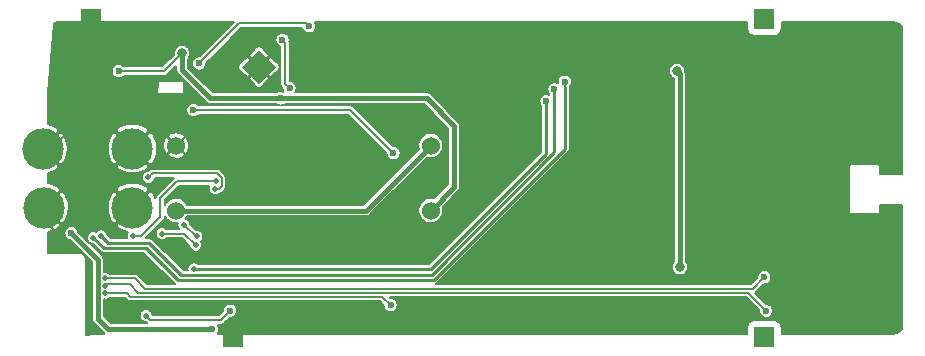
<source format=gbr>
%TF.GenerationSoftware,KiCad,Pcbnew,(5.1.12)-1*%
%TF.CreationDate,2021-12-09T18:01:32-07:00*%
%TF.ProjectId,SolarGPS,536f6c61-7247-4505-932e-6b696361645f,rev?*%
%TF.SameCoordinates,Original*%
%TF.FileFunction,Copper,L2,Bot*%
%TF.FilePolarity,Positive*%
%FSLAX46Y46*%
G04 Gerber Fmt 4.6, Leading zero omitted, Abs format (unit mm)*
G04 Created by KiCad (PCBNEW (5.1.12)-1) date 2021-12-09 18:01:32*
%MOMM*%
%LPD*%
G01*
G04 APERTURE LIST*
%TA.AperFunction,ComponentPad*%
%ADD10C,1.524000*%
%TD*%
%TA.AperFunction,ComponentPad*%
%ADD11C,3.500000*%
%TD*%
%TA.AperFunction,SMDPad,CuDef*%
%ADD12C,0.100000*%
%TD*%
%TA.AperFunction,ComponentPad*%
%ADD13C,0.500000*%
%TD*%
%TA.AperFunction,ComponentPad*%
%ADD14R,1.700000X1.700000*%
%TD*%
%TA.AperFunction,ViaPad*%
%ADD15C,0.500000*%
%TD*%
%TA.AperFunction,ViaPad*%
%ADD16C,0.600000*%
%TD*%
%TA.AperFunction,ViaPad*%
%ADD17C,0.800000*%
%TD*%
%TA.AperFunction,Conductor*%
%ADD18C,0.200000*%
%TD*%
%TA.AperFunction,Conductor*%
%ADD19C,0.400000*%
%TD*%
%TA.AperFunction,Conductor*%
%ADD20C,0.250000*%
%TD*%
%TA.AperFunction,Conductor*%
%ADD21C,0.100000*%
%TD*%
G04 APERTURE END LIST*
D10*
%TO.P,C14,2*%
%TO.N,VBATMID*%
X81750000Y-60750000D03*
%TO.P,C14,1*%
%TO.N,VBAT*%
X81750000Y-66250000D03*
%TD*%
D11*
%TO.P,J7,1*%
%TO.N,GND*%
X56500000Y-61000000D03*
X56500000Y-66000000D03*
X48900000Y-61000000D03*
X49000000Y-66000000D03*
%TD*%
D10*
%TO.P,C17,2*%
%TO.N,GND*%
X60200000Y-60750000D03*
%TO.P,C17,1*%
%TO.N,VBATMID*%
X60200000Y-66250000D03*
%TD*%
%TA.AperFunction,SMDPad,CuDef*%
D12*
%TO.P,U5,21*%
%TO.N,GND*%
G36*
X67200000Y-52685786D02*
G01*
X68614214Y-54100000D01*
X67200000Y-55514214D01*
X65785786Y-54100000D01*
X67200000Y-52685786D01*
G37*
%TD.AperFunction*%
D13*
X66139340Y-54100000D03*
X67200000Y-53039340D03*
X67200000Y-55160660D03*
X68260660Y-54100000D03*
%TD*%
D14*
%TO.P,J6,1*%
%TO.N,GND*%
X65000000Y-77000000D03*
%TD*%
%TO.P,J5,1*%
%TO.N,Net-(D1-Pad2)*%
X110000000Y-77000000D03*
%TD*%
%TO.P,J3,1*%
%TO.N,GND*%
X53000000Y-50000000D03*
%TD*%
%TO.P,J2,1*%
%TO.N,Net-(D3-Pad2)*%
X110000000Y-50000000D03*
%TD*%
D15*
%TO.N,GND*%
X60950000Y-69300000D03*
D16*
X121000000Y-61600000D03*
X120050000Y-58950000D03*
X121050000Y-58950000D03*
X118500000Y-62050000D03*
X117650000Y-62050000D03*
X116800000Y-62050000D03*
X116800000Y-62800000D03*
X116800000Y-63550000D03*
X116800000Y-64400000D03*
X116800000Y-65200000D03*
X116800000Y-66000000D03*
X116800000Y-66950000D03*
X117750000Y-66950000D03*
X118750000Y-66950000D03*
X119600000Y-66950000D03*
X120500000Y-66950000D03*
X121250000Y-66950000D03*
X63750000Y-69100000D03*
X52700000Y-71000000D03*
X52700000Y-71800000D03*
X52700000Y-72600000D03*
X52700000Y-73400000D03*
X52700000Y-74200000D03*
X52700000Y-75000000D03*
X52700000Y-75800000D03*
X52700000Y-76600000D03*
D15*
X59800000Y-74850000D03*
X62250000Y-67650000D03*
D16*
X57050000Y-57350000D03*
X52700000Y-59200000D03*
X53550000Y-59200000D03*
X50600000Y-68650000D03*
X66700000Y-65300000D03*
X68700000Y-67150000D03*
X73100000Y-69050000D03*
X63500000Y-74650000D03*
X70800000Y-75350000D03*
D15*
X54950000Y-70250000D03*
D16*
X51850000Y-53500000D03*
X50900000Y-53500000D03*
X56000000Y-50700000D03*
X60600000Y-58400000D03*
X65500000Y-58400000D03*
X67450000Y-58500000D03*
X73300000Y-58350000D03*
X76850000Y-57550000D03*
X76300000Y-55950000D03*
X77450000Y-51550000D03*
X77450000Y-50650000D03*
X107300000Y-52250000D03*
X110500000Y-52300000D03*
X111400000Y-63300000D03*
X111900000Y-66300000D03*
X111900000Y-65150000D03*
X112700000Y-69350000D03*
X113700000Y-70550000D03*
X113750000Y-71950000D03*
X113800000Y-73150000D03*
X121150000Y-68650000D03*
X121050000Y-70500000D03*
X121250000Y-72750000D03*
X121300000Y-74900000D03*
X121150000Y-76350000D03*
X117000000Y-76250000D03*
X113600000Y-76350000D03*
X112050000Y-76250000D03*
X110800000Y-69050000D03*
X108350000Y-69050000D03*
X77300000Y-75500000D03*
X83650000Y-71700000D03*
X88900000Y-72100000D03*
X82600000Y-74200000D03*
X89150000Y-74100000D03*
X101450000Y-74050000D03*
X79400000Y-70100000D03*
X81450000Y-68050000D03*
X83700000Y-65800000D03*
X86350000Y-63150000D03*
X89750000Y-66650000D03*
X87250000Y-69000000D03*
X92800000Y-69300000D03*
X94000000Y-58200000D03*
X89950000Y-57800000D03*
X94450000Y-60800000D03*
X80350000Y-58100000D03*
X80050000Y-53050000D03*
D15*
X54600000Y-74950000D03*
X56200000Y-74950000D03*
D16*
X121275000Y-50800000D03*
X121350000Y-54125000D03*
X121450000Y-57050000D03*
X116700000Y-50625000D03*
X113075000Y-50575000D03*
X112250000Y-62525000D03*
X114500000Y-62525000D03*
X105225000Y-60325000D03*
X104975000Y-65575000D03*
X106400000Y-76375000D03*
X102700000Y-52500000D03*
X91100000Y-52500000D03*
X85525000Y-56700000D03*
X101600000Y-64300000D03*
X104075000Y-57575000D03*
X101450000Y-57650000D03*
X55250000Y-53425000D03*
X54725000Y-55300000D03*
X66033990Y-74683990D03*
X52850000Y-66425000D03*
%TO.N,VBAT_SENSE*%
X110150000Y-74750000D03*
D15*
X54184998Y-72600000D03*
D16*
%TO.N,VDD*%
X63250000Y-76300000D03*
X51324989Y-68174989D03*
%TO.N,VSTOR*%
X69800000Y-55900000D03*
X69200000Y-51800000D03*
D15*
%TO.N,GPS_EXINT*%
X61700000Y-71200000D03*
D16*
X91550000Y-57000000D03*
D15*
%TO.N,EXTCOMIN*%
X63500000Y-64400000D03*
X57850000Y-63450000D03*
D16*
%TO.N,GPS_UART_MOSI*%
X92229283Y-55989676D03*
D15*
X53850000Y-68400000D03*
%TO.N,GPS_UART_MISO*%
X53200000Y-68550000D03*
D16*
X93100000Y-55350000D03*
%TO.N,VBAT*%
X69050000Y-56750000D03*
D17*
X60700000Y-52950000D03*
D16*
X55325000Y-54450000D03*
D15*
%TO.N,DISP_EN*%
X56550000Y-68450000D03*
X63550000Y-63750000D03*
%TO.N,SOLAR_SENSE1*%
X54200000Y-73250000D03*
D16*
X61650000Y-57750000D03*
X78350000Y-74250000D03*
X78600000Y-61400000D03*
D15*
%TO.N,RESET*%
X57650000Y-75150010D03*
D16*
X64775000Y-74725000D03*
D15*
%TO.N,VBATMID_SENSE*%
X54200000Y-72000000D03*
D16*
X110000000Y-71900000D03*
D15*
%TO.N,SPI_MOSI*%
X61950000Y-68450000D03*
X60850000Y-67450000D03*
%TO.N,SPI_MISO*%
X59000000Y-68200000D03*
X61850000Y-69200000D03*
D16*
%TO.N,SOLAR+*%
X62150000Y-53800000D03*
X71450000Y-50650000D03*
D17*
%TO.N,Net-(D1-Pad2)*%
X102850000Y-71050000D03*
X102600000Y-54450000D03*
%TD*%
D18*
%TO.N,GND*%
X65265010Y-76734990D02*
X66033990Y-75966010D01*
X66033990Y-75966010D02*
X66033990Y-74683990D01*
X49265010Y-67315010D02*
X49265010Y-66000000D01*
X50600000Y-68650000D02*
X49265010Y-67315010D01*
X51450000Y-59200000D02*
X50525000Y-60125000D01*
X52700000Y-59200000D02*
X51450000Y-59200000D01*
%TO.N,VBAT_SENSE*%
X56250000Y-72500000D02*
X54184998Y-72500000D01*
X56959989Y-73209989D02*
X56250000Y-72500000D01*
X108609989Y-73209989D02*
X56959989Y-73209989D01*
X110150000Y-74750000D02*
X108609989Y-73209989D01*
D19*
%TO.N,VDD*%
X63250000Y-76300000D02*
X54450000Y-76300000D01*
X54450000Y-76300000D02*
X53550000Y-75400000D01*
X53550000Y-75400000D02*
X53550000Y-70400000D01*
X53550000Y-70400000D02*
X51324989Y-68174989D01*
D18*
%TO.N,VSTOR*%
X69400000Y-55500000D02*
X69800000Y-55900000D01*
X69400000Y-52000000D02*
X69400000Y-55500000D01*
X69200000Y-51800000D02*
X69400000Y-52000000D01*
D20*
%TO.N,GPS_EXINT*%
X91550000Y-61450000D02*
X91550000Y-57000000D01*
X81800000Y-71200000D02*
X91550000Y-61450000D01*
X61700000Y-71200000D02*
X81800000Y-71200000D01*
D18*
%TO.N,EXTCOMIN*%
X63500000Y-64400000D02*
X63853553Y-64400000D01*
X64040001Y-63514799D02*
X63625202Y-63100000D01*
X63853553Y-64400000D02*
X64040001Y-64213552D01*
X64040001Y-64213552D02*
X64040001Y-63514799D01*
X63625202Y-63100000D02*
X58200000Y-63100000D01*
X58200000Y-63100000D02*
X57850000Y-63450000D01*
%TO.N,GPS_UART_MOSI*%
X53950000Y-68300000D02*
X53850000Y-68400000D01*
D20*
X57940052Y-69019203D02*
X54469203Y-69019203D01*
X81826613Y-71724945D02*
X60645794Y-71724945D01*
X92229283Y-55989676D02*
X92229283Y-61322275D01*
X92229283Y-61322275D02*
X81826613Y-71724945D01*
X54469203Y-69019203D02*
X53850000Y-68400000D01*
X60645794Y-71724945D02*
X57940052Y-69019203D01*
D18*
%TO.N,GPS_UART_MISO*%
X93100000Y-55774264D02*
X93100000Y-55350000D01*
D20*
X54059208Y-69409208D02*
X57609208Y-69409208D01*
X57609208Y-69409208D02*
X60314956Y-72114956D01*
X60314956Y-72114956D02*
X81988160Y-72114956D01*
X81988160Y-72114956D02*
X93100000Y-61003116D01*
X93100000Y-61003116D02*
X93100000Y-55774264D01*
X53200000Y-68550000D02*
X54059208Y-69409208D01*
D19*
%TO.N,VBAT*%
X81400000Y-56750000D02*
X69050000Y-56750000D01*
X83750000Y-59100000D02*
X81400000Y-56750000D01*
X83750000Y-64250000D02*
X83750000Y-59100000D01*
X81750000Y-66250000D02*
X83750000Y-64250000D01*
X60700000Y-54350000D02*
X60700000Y-52950000D01*
X63100000Y-56750000D02*
X60700000Y-54350000D01*
X69050000Y-56750000D02*
X63100000Y-56750000D01*
D18*
X59200000Y-54450000D02*
X60700000Y-52950000D01*
X55325000Y-54450000D02*
X59200000Y-54450000D01*
%TO.N,DISP_EN*%
X60300000Y-63750000D02*
X63550000Y-63750000D01*
X58850000Y-65200000D02*
X60300000Y-63750000D01*
X57200000Y-68450000D02*
X58850000Y-66800000D01*
X58850000Y-66800000D02*
X58850000Y-65200000D01*
X56550000Y-68450000D02*
X57200000Y-68450000D01*
%TO.N,SOLAR_SENSE1*%
X77650000Y-73550000D02*
X78350000Y-74250000D01*
X56300000Y-73550000D02*
X77650000Y-73550000D01*
X56000000Y-73250000D02*
X56300000Y-73550000D01*
X54200000Y-73250000D02*
X56000000Y-73250000D01*
X61650000Y-57750000D02*
X74950000Y-57750000D01*
X74950000Y-57750000D02*
X78600000Y-61400000D01*
%TO.N,RESET*%
X63974214Y-75525786D02*
X64775000Y-74725000D01*
X57650000Y-75150010D02*
X58025776Y-75525786D01*
X58025776Y-75525786D02*
X63974214Y-75525786D01*
D19*
%TO.N,VBATMID*%
X76250000Y-66250000D02*
X81750000Y-60750000D01*
X60200000Y-66250000D02*
X76250000Y-66250000D01*
D18*
%TO.N,VBATMID_SENSE*%
X56700000Y-72000000D02*
X54200000Y-72000000D01*
X57569978Y-72869978D02*
X56700000Y-72000000D01*
X109030022Y-72869978D02*
X57569978Y-72869978D01*
X110000000Y-71900000D02*
X109030022Y-72869978D01*
%TO.N,SPI_MOSI*%
X61850000Y-68450000D02*
X60850000Y-67450000D01*
X61950000Y-68450000D02*
X61850000Y-68450000D01*
%TO.N,SPI_MISO*%
X60850000Y-68200000D02*
X61850000Y-69200000D01*
X59000000Y-68200000D02*
X60850000Y-68200000D01*
%TO.N,SOLAR+*%
X71200000Y-50400000D02*
X71450000Y-50650000D01*
X65550000Y-50400000D02*
X71200000Y-50400000D01*
X62150000Y-53800000D02*
X65550000Y-50400000D01*
D19*
%TO.N,Net-(D1-Pad2)*%
X102850000Y-71050000D02*
X102850000Y-54700000D01*
X102850000Y-54700000D02*
X102600000Y-54450000D01*
%TD*%
D18*
%TO.N,GND*%
X62184315Y-53200000D02*
X62090905Y-53200000D01*
X61974986Y-53223058D01*
X61865793Y-53268287D01*
X61767522Y-53333950D01*
X61683950Y-53417522D01*
X61618287Y-53515793D01*
X61573058Y-53624986D01*
X61550000Y-53740905D01*
X61550000Y-53859095D01*
X61573058Y-53975014D01*
X61618287Y-54084207D01*
X61683950Y-54182478D01*
X61767522Y-54266050D01*
X61865793Y-54331713D01*
X61974986Y-54376942D01*
X62090905Y-54400000D01*
X62209095Y-54400000D01*
X62325014Y-54376942D01*
X62434207Y-54331713D01*
X62532478Y-54266050D01*
X62616050Y-54182478D01*
X62671160Y-54100000D01*
X65430074Y-54100000D01*
X65436908Y-54169396D01*
X65457151Y-54236126D01*
X65490022Y-54297624D01*
X65534259Y-54351527D01*
X65692248Y-54508906D01*
X65691430Y-54509724D01*
X65709169Y-54527463D01*
X65712433Y-54531398D01*
X65716001Y-54534295D01*
X65729616Y-54547910D01*
X65730508Y-54547018D01*
X66160907Y-54975752D01*
X66286064Y-54975752D01*
X67161816Y-54100000D01*
X67238184Y-54100000D01*
X68113936Y-54975752D01*
X68239093Y-54975752D01*
X68669491Y-54547017D01*
X68670384Y-54547910D01*
X68688124Y-54530170D01*
X68692058Y-54526907D01*
X68694956Y-54523338D01*
X68708570Y-54509724D01*
X68707752Y-54508906D01*
X68865741Y-54351527D01*
X68909978Y-54297624D01*
X68942849Y-54236126D01*
X68963092Y-54169396D01*
X68969926Y-54100000D01*
X68963092Y-54030604D01*
X68942849Y-53963874D01*
X68909978Y-53902376D01*
X68865741Y-53848473D01*
X68707752Y-53691094D01*
X68708570Y-53690276D01*
X68690831Y-53672537D01*
X68687567Y-53668602D01*
X68683999Y-53665705D01*
X68670384Y-53652090D01*
X68669492Y-53652982D01*
X68239093Y-53224248D01*
X68113936Y-53224248D01*
X67238184Y-54100000D01*
X67161816Y-54100000D01*
X66286064Y-53224248D01*
X66160907Y-53224248D01*
X65730509Y-53652983D01*
X65729616Y-53652090D01*
X65711876Y-53669830D01*
X65707942Y-53673093D01*
X65705044Y-53676662D01*
X65691430Y-53690276D01*
X65692248Y-53691094D01*
X65534259Y-53848473D01*
X65490022Y-53902376D01*
X65457151Y-53963874D01*
X65436908Y-54030604D01*
X65430074Y-54100000D01*
X62671160Y-54100000D01*
X62681713Y-54084207D01*
X62726942Y-53975014D01*
X62750000Y-53859095D01*
X62750000Y-53765685D01*
X63454778Y-53060907D01*
X66324248Y-53060907D01*
X66324248Y-53186064D01*
X67200000Y-54061816D01*
X68075752Y-53186064D01*
X68075752Y-53060907D01*
X67647017Y-52630509D01*
X67647910Y-52629616D01*
X67630170Y-52611876D01*
X67626907Y-52607942D01*
X67623338Y-52605044D01*
X67609724Y-52591430D01*
X67608906Y-52592248D01*
X67451527Y-52434259D01*
X67397624Y-52390022D01*
X67336126Y-52357151D01*
X67269396Y-52336908D01*
X67200000Y-52330074D01*
X67130604Y-52336908D01*
X67063874Y-52357151D01*
X67002376Y-52390022D01*
X66948473Y-52434259D01*
X66791094Y-52592248D01*
X66790276Y-52591430D01*
X66772537Y-52609169D01*
X66768602Y-52612433D01*
X66765705Y-52616001D01*
X66752090Y-52629616D01*
X66752982Y-52630508D01*
X66324248Y-53060907D01*
X63454778Y-53060907D01*
X65715686Y-50800000D01*
X70868082Y-50800000D01*
X70873058Y-50825014D01*
X70918287Y-50934207D01*
X70983950Y-51032478D01*
X71067522Y-51116050D01*
X71165793Y-51181713D01*
X71274986Y-51226942D01*
X71390905Y-51250000D01*
X71509095Y-51250000D01*
X71625014Y-51226942D01*
X71734207Y-51181713D01*
X71832478Y-51116050D01*
X71916050Y-51032478D01*
X71981713Y-50934207D01*
X72026942Y-50825014D01*
X72050000Y-50709095D01*
X72050000Y-50590905D01*
X72026942Y-50474986D01*
X71981713Y-50365793D01*
X71954456Y-50325000D01*
X108547097Y-50325000D01*
X108547097Y-50850000D01*
X108558682Y-50967621D01*
X108592990Y-51080721D01*
X108648704Y-51184955D01*
X108723683Y-51276317D01*
X108815045Y-51351296D01*
X108919279Y-51407010D01*
X109032379Y-51441318D01*
X109150000Y-51452903D01*
X110850000Y-51452903D01*
X110967621Y-51441318D01*
X111080721Y-51407010D01*
X111184955Y-51351296D01*
X111276317Y-51276317D01*
X111351296Y-51184955D01*
X111407010Y-51080721D01*
X111441318Y-50967621D01*
X111452903Y-50850000D01*
X111452903Y-50325000D01*
X120984103Y-50325000D01*
X121130805Y-50339384D01*
X121256629Y-50377373D01*
X121372675Y-50439076D01*
X121474532Y-50522148D01*
X121558310Y-50623418D01*
X121620819Y-50739027D01*
X121659686Y-50864586D01*
X121675000Y-51010285D01*
X121675000Y-63153587D01*
X121669509Y-63151921D01*
X121650000Y-63150000D01*
X119750000Y-63150000D01*
X119750000Y-62450000D01*
X119748079Y-62430491D01*
X119742388Y-62411732D01*
X119733147Y-62394443D01*
X119720711Y-62379289D01*
X119705557Y-62366853D01*
X119688268Y-62357612D01*
X119669509Y-62351921D01*
X119650000Y-62350000D01*
X117300000Y-62350000D01*
X117280491Y-62351921D01*
X117261732Y-62357612D01*
X117244443Y-62366853D01*
X117229289Y-62379289D01*
X117216853Y-62394443D01*
X117207612Y-62411732D01*
X117201921Y-62430491D01*
X117200000Y-62450000D01*
X117200000Y-66450000D01*
X117201921Y-66469509D01*
X117207612Y-66488268D01*
X117216853Y-66505557D01*
X117229289Y-66520711D01*
X117244443Y-66533147D01*
X117261732Y-66542388D01*
X117280491Y-66548079D01*
X117300000Y-66550000D01*
X119700000Y-66550000D01*
X119719509Y-66548079D01*
X119738268Y-66542388D01*
X119755557Y-66533147D01*
X119770711Y-66520711D01*
X119783147Y-66505557D01*
X119792388Y-66488268D01*
X119798079Y-66469509D01*
X119800000Y-66450000D01*
X119800000Y-65750000D01*
X121650000Y-65750000D01*
X121669509Y-65748079D01*
X121675001Y-65746413D01*
X121675001Y-75984094D01*
X121660616Y-76130805D01*
X121622627Y-76256629D01*
X121560924Y-76372675D01*
X121477853Y-76474531D01*
X121376586Y-76558307D01*
X121260973Y-76620819D01*
X121135410Y-76659687D01*
X120989716Y-76675000D01*
X111452903Y-76675000D01*
X111452903Y-76150000D01*
X111441318Y-76032379D01*
X111407010Y-75919279D01*
X111351296Y-75815045D01*
X111276317Y-75723683D01*
X111184955Y-75648704D01*
X111080721Y-75592990D01*
X110967621Y-75558682D01*
X110850000Y-75547097D01*
X109150000Y-75547097D01*
X109032379Y-75558682D01*
X108919279Y-75592990D01*
X108815045Y-75648704D01*
X108723683Y-75723683D01*
X108648704Y-75815045D01*
X108592990Y-75919279D01*
X108558682Y-76032379D01*
X108547097Y-76150000D01*
X108547097Y-76675000D01*
X63721047Y-76675000D01*
X63781713Y-76584207D01*
X63826942Y-76475014D01*
X63850000Y-76359095D01*
X63850000Y-76240905D01*
X63826942Y-76124986D01*
X63781713Y-76015793D01*
X63721572Y-75925786D01*
X63954568Y-75925786D01*
X63974214Y-75927721D01*
X63993860Y-75925786D01*
X63993861Y-75925786D01*
X64052628Y-75919998D01*
X64128028Y-75897126D01*
X64197517Y-75859983D01*
X64258425Y-75809997D01*
X64270951Y-75794734D01*
X64740685Y-75325000D01*
X64834095Y-75325000D01*
X64950014Y-75301942D01*
X65059207Y-75256713D01*
X65157478Y-75191050D01*
X65241050Y-75107478D01*
X65306713Y-75009207D01*
X65351942Y-74900014D01*
X65375000Y-74784095D01*
X65375000Y-74665905D01*
X65351942Y-74549986D01*
X65306713Y-74440793D01*
X65241050Y-74342522D01*
X65157478Y-74258950D01*
X65059207Y-74193287D01*
X64950014Y-74148058D01*
X64834095Y-74125000D01*
X64715905Y-74125000D01*
X64599986Y-74148058D01*
X64490793Y-74193287D01*
X64392522Y-74258950D01*
X64308950Y-74342522D01*
X64243287Y-74440793D01*
X64198058Y-74549986D01*
X64175000Y-74665905D01*
X64175000Y-74759315D01*
X63808529Y-75125786D01*
X58200000Y-75125786D01*
X58200000Y-75095840D01*
X58178864Y-74989581D01*
X58137403Y-74889487D01*
X58077213Y-74799406D01*
X58000604Y-74722797D01*
X57910523Y-74662607D01*
X57810429Y-74621146D01*
X57704170Y-74600010D01*
X57595830Y-74600010D01*
X57489571Y-74621146D01*
X57389477Y-74662607D01*
X57299396Y-74722797D01*
X57222787Y-74799406D01*
X57162597Y-74889487D01*
X57121136Y-74989581D01*
X57100000Y-75095840D01*
X57100000Y-75204180D01*
X57121136Y-75310439D01*
X57162597Y-75410533D01*
X57222787Y-75500614D01*
X57299396Y-75577223D01*
X57389477Y-75637413D01*
X57489571Y-75678874D01*
X57595830Y-75700010D01*
X57634315Y-75700010D01*
X57729039Y-75794734D01*
X57733361Y-75800000D01*
X54657106Y-75800000D01*
X54050000Y-75192895D01*
X54050000Y-73780938D01*
X54145830Y-73800000D01*
X54254170Y-73800000D01*
X54360429Y-73778864D01*
X54460523Y-73737403D01*
X54550604Y-73677213D01*
X54577817Y-73650000D01*
X55834315Y-73650000D01*
X56003267Y-73818953D01*
X56015789Y-73834211D01*
X56031047Y-73846733D01*
X56031049Y-73846735D01*
X56056378Y-73867522D01*
X56076697Y-73884197D01*
X56146186Y-73921340D01*
X56221586Y-73944212D01*
X56280353Y-73950000D01*
X56280355Y-73950000D01*
X56299999Y-73951935D01*
X56319643Y-73950000D01*
X77484315Y-73950000D01*
X77750000Y-74215685D01*
X77750000Y-74309095D01*
X77773058Y-74425014D01*
X77818287Y-74534207D01*
X77883950Y-74632478D01*
X77967522Y-74716050D01*
X78065793Y-74781713D01*
X78174986Y-74826942D01*
X78290905Y-74850000D01*
X78409095Y-74850000D01*
X78525014Y-74826942D01*
X78634207Y-74781713D01*
X78732478Y-74716050D01*
X78816050Y-74632478D01*
X78881713Y-74534207D01*
X78926942Y-74425014D01*
X78950000Y-74309095D01*
X78950000Y-74190905D01*
X78926942Y-74074986D01*
X78881713Y-73965793D01*
X78816050Y-73867522D01*
X78732478Y-73783950D01*
X78634207Y-73718287D01*
X78525014Y-73673058D01*
X78409095Y-73650000D01*
X78315685Y-73650000D01*
X78275674Y-73609989D01*
X108444304Y-73609989D01*
X109550000Y-74715685D01*
X109550000Y-74809095D01*
X109573058Y-74925014D01*
X109618287Y-75034207D01*
X109683950Y-75132478D01*
X109767522Y-75216050D01*
X109865793Y-75281713D01*
X109974986Y-75326942D01*
X110090905Y-75350000D01*
X110209095Y-75350000D01*
X110325014Y-75326942D01*
X110434207Y-75281713D01*
X110532478Y-75216050D01*
X110616050Y-75132478D01*
X110681713Y-75034207D01*
X110726942Y-74925014D01*
X110750000Y-74809095D01*
X110750000Y-74690905D01*
X110726942Y-74574986D01*
X110681713Y-74465793D01*
X110616050Y-74367522D01*
X110532478Y-74283950D01*
X110434207Y-74218287D01*
X110325014Y-74173058D01*
X110209095Y-74150000D01*
X110115685Y-74150000D01*
X109198933Y-73233248D01*
X109253325Y-73204175D01*
X109314233Y-73154189D01*
X109326759Y-73138926D01*
X109965686Y-72500000D01*
X110059095Y-72500000D01*
X110175014Y-72476942D01*
X110284207Y-72431713D01*
X110382478Y-72366050D01*
X110466050Y-72282478D01*
X110531713Y-72184207D01*
X110576942Y-72075014D01*
X110600000Y-71959095D01*
X110600000Y-71840905D01*
X110576942Y-71724986D01*
X110531713Y-71615793D01*
X110466050Y-71517522D01*
X110382478Y-71433950D01*
X110284207Y-71368287D01*
X110175014Y-71323058D01*
X110059095Y-71300000D01*
X109940905Y-71300000D01*
X109824986Y-71323058D01*
X109715793Y-71368287D01*
X109617522Y-71433950D01*
X109533950Y-71517522D01*
X109468287Y-71615793D01*
X109423058Y-71724986D01*
X109400000Y-71840905D01*
X109400000Y-71934314D01*
X108864337Y-72469978D01*
X82225496Y-72469978D01*
X82290134Y-72416930D01*
X82303444Y-72400712D01*
X93385763Y-61318394D01*
X93401974Y-61305090D01*
X93455084Y-61240376D01*
X93489121Y-61176697D01*
X93494548Y-61166544D01*
X93518850Y-61086431D01*
X93521475Y-61059774D01*
X93525000Y-61023990D01*
X93525000Y-61023983D01*
X93527055Y-61003116D01*
X93525000Y-60982249D01*
X93525000Y-55773528D01*
X93566050Y-55732478D01*
X93631713Y-55634207D01*
X93676942Y-55525014D01*
X93700000Y-55409095D01*
X93700000Y-55290905D01*
X93676942Y-55174986D01*
X93631713Y-55065793D01*
X93566050Y-54967522D01*
X93482478Y-54883950D01*
X93384207Y-54818287D01*
X93275014Y-54773058D01*
X93159095Y-54750000D01*
X93040905Y-54750000D01*
X92924986Y-54773058D01*
X92815793Y-54818287D01*
X92717522Y-54883950D01*
X92633950Y-54967522D01*
X92568287Y-55065793D01*
X92523058Y-55174986D01*
X92500000Y-55290905D01*
X92500000Y-55409095D01*
X92509382Y-55456261D01*
X92404297Y-55412734D01*
X92288378Y-55389676D01*
X92170188Y-55389676D01*
X92054269Y-55412734D01*
X91945076Y-55457963D01*
X91846805Y-55523626D01*
X91763233Y-55607198D01*
X91697570Y-55705469D01*
X91652341Y-55814662D01*
X91629283Y-55930581D01*
X91629283Y-56048771D01*
X91652341Y-56164690D01*
X91697570Y-56273883D01*
X91763233Y-56372154D01*
X91804283Y-56413204D01*
X91804283Y-56455892D01*
X91725014Y-56423058D01*
X91609095Y-56400000D01*
X91490905Y-56400000D01*
X91374986Y-56423058D01*
X91265793Y-56468287D01*
X91167522Y-56533950D01*
X91083950Y-56617522D01*
X91018287Y-56715793D01*
X90973058Y-56824986D01*
X90950000Y-56940905D01*
X90950000Y-57059095D01*
X90973058Y-57175014D01*
X91018287Y-57284207D01*
X91083950Y-57382478D01*
X91125001Y-57423529D01*
X91125000Y-61273959D01*
X81623960Y-70775000D01*
X62052817Y-70775000D01*
X62050604Y-70772787D01*
X61960523Y-70712597D01*
X61860429Y-70671136D01*
X61754170Y-70650000D01*
X61645830Y-70650000D01*
X61539571Y-70671136D01*
X61439477Y-70712597D01*
X61349396Y-70772787D01*
X61272787Y-70849396D01*
X61212597Y-70939477D01*
X61171136Y-71039571D01*
X61150000Y-71145830D01*
X61150000Y-71254170D01*
X61159105Y-71299945D01*
X60821835Y-71299945D01*
X58255335Y-68733446D01*
X58242026Y-68717229D01*
X58177312Y-68664119D01*
X58103479Y-68624655D01*
X58023366Y-68600353D01*
X57960926Y-68594203D01*
X57960919Y-68594203D01*
X57940052Y-68592148D01*
X57919185Y-68594203D01*
X57621482Y-68594203D01*
X59118949Y-67096736D01*
X59134211Y-67084211D01*
X59184197Y-67023303D01*
X59221340Y-66953814D01*
X59244212Y-66878414D01*
X59250000Y-66819647D01*
X59250000Y-66819637D01*
X59251934Y-66800001D01*
X59250000Y-66780365D01*
X59250000Y-66731639D01*
X59258867Y-66753046D01*
X59375090Y-66926986D01*
X59523014Y-67074910D01*
X59696954Y-67191133D01*
X59890226Y-67271188D01*
X60095402Y-67312000D01*
X60304598Y-67312000D01*
X60317172Y-67309499D01*
X60300000Y-67395830D01*
X60300000Y-67504170D01*
X60321136Y-67610429D01*
X60362597Y-67710523D01*
X60422383Y-67800000D01*
X59377817Y-67800000D01*
X59350604Y-67772787D01*
X59260523Y-67712597D01*
X59160429Y-67671136D01*
X59054170Y-67650000D01*
X58945830Y-67650000D01*
X58839571Y-67671136D01*
X58739477Y-67712597D01*
X58649396Y-67772787D01*
X58572787Y-67849396D01*
X58512597Y-67939477D01*
X58471136Y-68039571D01*
X58450000Y-68145830D01*
X58450000Y-68254170D01*
X58471136Y-68360429D01*
X58512597Y-68460523D01*
X58572787Y-68550604D01*
X58649396Y-68627213D01*
X58739477Y-68687403D01*
X58839571Y-68728864D01*
X58945830Y-68750000D01*
X59054170Y-68750000D01*
X59160429Y-68728864D01*
X59260523Y-68687403D01*
X59350604Y-68627213D01*
X59377817Y-68600000D01*
X60684315Y-68600000D01*
X61300000Y-69215685D01*
X61300000Y-69254170D01*
X61321136Y-69360429D01*
X61362597Y-69460523D01*
X61422787Y-69550604D01*
X61499396Y-69627213D01*
X61589477Y-69687403D01*
X61689571Y-69728864D01*
X61795830Y-69750000D01*
X61904170Y-69750000D01*
X62010429Y-69728864D01*
X62110523Y-69687403D01*
X62200604Y-69627213D01*
X62277213Y-69550604D01*
X62337403Y-69460523D01*
X62378864Y-69360429D01*
X62400000Y-69254170D01*
X62400000Y-69145830D01*
X62378864Y-69039571D01*
X62337403Y-68939477D01*
X62297283Y-68879432D01*
X62300604Y-68877213D01*
X62377213Y-68800604D01*
X62437403Y-68710523D01*
X62478864Y-68610429D01*
X62500000Y-68504170D01*
X62500000Y-68395830D01*
X62478864Y-68289571D01*
X62437403Y-68189477D01*
X62377213Y-68099396D01*
X62300604Y-68022787D01*
X62210523Y-67962597D01*
X62110429Y-67921136D01*
X62004170Y-67900000D01*
X61895830Y-67900000D01*
X61870686Y-67905001D01*
X61400000Y-67434315D01*
X61400000Y-67395830D01*
X61378864Y-67289571D01*
X61337403Y-67189477D01*
X61277213Y-67099396D01*
X61200604Y-67022787D01*
X61110523Y-66962597D01*
X61024805Y-66927091D01*
X61024910Y-66926986D01*
X61141133Y-66753046D01*
X61142395Y-66750000D01*
X76225440Y-66750000D01*
X76250000Y-66752419D01*
X76274560Y-66750000D01*
X76348017Y-66742765D01*
X76442267Y-66714175D01*
X76529129Y-66667746D01*
X76605264Y-66605264D01*
X76620929Y-66586176D01*
X81437180Y-61769926D01*
X81440226Y-61771188D01*
X81645402Y-61812000D01*
X81854598Y-61812000D01*
X82059774Y-61771188D01*
X82253046Y-61691133D01*
X82426986Y-61574910D01*
X82574910Y-61426986D01*
X82691133Y-61253046D01*
X82771188Y-61059774D01*
X82812000Y-60854598D01*
X82812000Y-60645402D01*
X82771188Y-60440226D01*
X82691133Y-60246954D01*
X82574910Y-60073014D01*
X82426986Y-59925090D01*
X82253046Y-59808867D01*
X82059774Y-59728812D01*
X81854598Y-59688000D01*
X81645402Y-59688000D01*
X81440226Y-59728812D01*
X81246954Y-59808867D01*
X81073014Y-59925090D01*
X80925090Y-60073014D01*
X80808867Y-60246954D01*
X80728812Y-60440226D01*
X80688000Y-60645402D01*
X80688000Y-60854598D01*
X80728812Y-61059774D01*
X80730074Y-61062820D01*
X76042895Y-65750000D01*
X61142395Y-65750000D01*
X61141133Y-65746954D01*
X61024910Y-65573014D01*
X60876986Y-65425090D01*
X60703046Y-65308867D01*
X60509774Y-65228812D01*
X60304598Y-65188000D01*
X60095402Y-65188000D01*
X59890226Y-65228812D01*
X59696954Y-65308867D01*
X59523014Y-65425090D01*
X59375090Y-65573014D01*
X59258867Y-65746954D01*
X59250000Y-65768361D01*
X59250000Y-65365685D01*
X60465685Y-64150000D01*
X63008238Y-64150000D01*
X62971136Y-64239571D01*
X62950000Y-64345830D01*
X62950000Y-64454170D01*
X62971136Y-64560429D01*
X63012597Y-64660523D01*
X63072787Y-64750604D01*
X63149396Y-64827213D01*
X63239477Y-64887403D01*
X63339571Y-64928864D01*
X63445830Y-64950000D01*
X63554170Y-64950000D01*
X63660429Y-64928864D01*
X63760523Y-64887403D01*
X63850604Y-64827213D01*
X63878321Y-64799496D01*
X63931967Y-64794212D01*
X64007367Y-64771340D01*
X64076856Y-64734197D01*
X64137764Y-64684211D01*
X64150290Y-64668948D01*
X64308950Y-64510288D01*
X64324212Y-64497763D01*
X64374198Y-64436855D01*
X64411341Y-64367366D01*
X64434213Y-64291966D01*
X64440001Y-64233199D01*
X64440001Y-64233189D01*
X64441935Y-64213553D01*
X64440001Y-64193917D01*
X64440001Y-63534434D01*
X64441935Y-63514798D01*
X64440001Y-63495162D01*
X64440001Y-63495152D01*
X64434213Y-63436385D01*
X64411341Y-63360985D01*
X64374198Y-63291496D01*
X64324212Y-63230588D01*
X64308949Y-63218062D01*
X63921939Y-62831052D01*
X63909413Y-62815789D01*
X63848505Y-62765803D01*
X63779016Y-62728660D01*
X63703616Y-62705788D01*
X63644849Y-62700000D01*
X63644848Y-62700000D01*
X63625202Y-62698065D01*
X63605556Y-62700000D01*
X58219647Y-62700000D01*
X58200000Y-62698065D01*
X58121586Y-62705788D01*
X58046186Y-62728660D01*
X57976697Y-62765803D01*
X57931049Y-62803265D01*
X57931047Y-62803267D01*
X57915789Y-62815789D01*
X57903267Y-62831047D01*
X57834314Y-62900000D01*
X57795830Y-62900000D01*
X57689571Y-62921136D01*
X57589477Y-62962597D01*
X57499396Y-63022787D01*
X57422787Y-63099396D01*
X57362597Y-63189477D01*
X57321136Y-63289571D01*
X57300000Y-63395830D01*
X57300000Y-63504170D01*
X57321136Y-63610429D01*
X57362597Y-63710523D01*
X57422787Y-63800604D01*
X57499396Y-63877213D01*
X57589477Y-63937403D01*
X57689571Y-63978864D01*
X57795830Y-64000000D01*
X57904170Y-64000000D01*
X58010429Y-63978864D01*
X58110523Y-63937403D01*
X58200604Y-63877213D01*
X58277213Y-63800604D01*
X58337403Y-63710523D01*
X58378864Y-63610429D01*
X58400000Y-63504170D01*
X58400000Y-63500000D01*
X59984315Y-63500000D01*
X58581048Y-64903267D01*
X58565790Y-64915789D01*
X58553268Y-64931047D01*
X58553265Y-64931050D01*
X58515803Y-64976698D01*
X58478661Y-65046186D01*
X58455788Y-65121587D01*
X58448789Y-65192646D01*
X58288381Y-64872412D01*
X58226138Y-64779261D01*
X57951337Y-64586847D01*
X56538184Y-66000000D01*
X56552326Y-66014142D01*
X56514142Y-66052326D01*
X56500000Y-66038184D01*
X55086847Y-67451337D01*
X55279261Y-67726138D01*
X55639469Y-67931126D01*
X56032748Y-68061901D01*
X56146079Y-68076104D01*
X56122787Y-68099396D01*
X56062597Y-68189477D01*
X56021136Y-68289571D01*
X56000000Y-68395830D01*
X56000000Y-68504170D01*
X56017908Y-68594203D01*
X54645244Y-68594203D01*
X54400000Y-68348960D01*
X54400000Y-68345830D01*
X54378864Y-68239571D01*
X54337403Y-68139477D01*
X54277213Y-68049396D01*
X54200604Y-67972787D01*
X54110523Y-67912597D01*
X54010429Y-67871136D01*
X53904170Y-67850000D01*
X53795830Y-67850000D01*
X53689571Y-67871136D01*
X53589477Y-67912597D01*
X53499396Y-67972787D01*
X53424505Y-68047678D01*
X53360429Y-68021136D01*
X53254170Y-68000000D01*
X53145830Y-68000000D01*
X53039571Y-68021136D01*
X52939477Y-68062597D01*
X52849396Y-68122787D01*
X52772787Y-68199396D01*
X52712597Y-68289477D01*
X52671136Y-68389571D01*
X52650000Y-68495830D01*
X52650000Y-68604170D01*
X52671136Y-68710429D01*
X52712597Y-68810523D01*
X52772787Y-68900604D01*
X52849396Y-68977213D01*
X52939477Y-69037403D01*
X53039571Y-69078864D01*
X53145830Y-69100000D01*
X53148960Y-69100000D01*
X53743924Y-69694964D01*
X53757234Y-69711182D01*
X53821948Y-69764292D01*
X53895781Y-69803756D01*
X53975894Y-69828058D01*
X54059208Y-69836264D01*
X54080082Y-69834208D01*
X57433168Y-69834208D01*
X59999672Y-72400712D01*
X60012982Y-72416930D01*
X60077620Y-72469978D01*
X57735663Y-72469978D01*
X56996737Y-71731052D01*
X56984211Y-71715789D01*
X56923303Y-71665803D01*
X56853814Y-71628660D01*
X56778414Y-71605788D01*
X56719647Y-71600000D01*
X56719646Y-71600000D01*
X56700000Y-71598065D01*
X56680354Y-71600000D01*
X54577817Y-71600000D01*
X54550604Y-71572787D01*
X54460523Y-71512597D01*
X54360429Y-71471136D01*
X54254170Y-71450000D01*
X54145830Y-71450000D01*
X54050000Y-71469062D01*
X54050000Y-70424560D01*
X54052419Y-70400000D01*
X54042765Y-70301983D01*
X54041198Y-70296818D01*
X54014175Y-70207733D01*
X53967746Y-70120871D01*
X53905264Y-70044736D01*
X53886187Y-70029080D01*
X51913068Y-68055963D01*
X51901931Y-67999975D01*
X51856702Y-67890782D01*
X51791039Y-67792511D01*
X51707467Y-67708939D01*
X51609196Y-67643276D01*
X51500003Y-67598047D01*
X51384084Y-67574989D01*
X51265894Y-67574989D01*
X51149975Y-67598047D01*
X51040782Y-67643276D01*
X50942511Y-67708939D01*
X50858939Y-67792511D01*
X50793276Y-67890782D01*
X50748047Y-67999975D01*
X50724989Y-68115894D01*
X50724989Y-68234084D01*
X50748047Y-68350003D01*
X50793276Y-68459196D01*
X50858939Y-68557467D01*
X50942511Y-68641039D01*
X51040782Y-68706702D01*
X51149975Y-68751931D01*
X51205963Y-68763068D01*
X53050001Y-70607108D01*
X53050000Y-75375440D01*
X53047581Y-75400000D01*
X53050000Y-75424559D01*
X53057235Y-75498016D01*
X53085825Y-75592266D01*
X53132254Y-75679129D01*
X53194736Y-75755264D01*
X53213824Y-75770929D01*
X54079075Y-76636181D01*
X54094736Y-76655264D01*
X54118785Y-76675000D01*
X52588342Y-76675000D01*
X52600000Y-70350184D01*
X52599104Y-70336647D01*
X52594595Y-70317569D01*
X52586451Y-70299738D01*
X52574984Y-70283838D01*
X52199984Y-69858838D01*
X52180681Y-69841936D01*
X52163406Y-69832669D01*
X52144655Y-69826951D01*
X52125149Y-69825000D01*
X49325000Y-69820819D01*
X49325000Y-68086081D01*
X49357372Y-68083757D01*
X49757026Y-67973999D01*
X50127588Y-67788381D01*
X50220739Y-67726138D01*
X50413153Y-67451337D01*
X49325000Y-66363184D01*
X49325000Y-66286816D01*
X50451337Y-67413153D01*
X50726138Y-67220739D01*
X50931126Y-66860531D01*
X51061901Y-66467252D01*
X51113438Y-66056016D01*
X51105395Y-65943984D01*
X54386562Y-65943984D01*
X54416243Y-66357372D01*
X54526001Y-66757026D01*
X54711619Y-67127588D01*
X54773862Y-67220739D01*
X55048663Y-67413153D01*
X56461816Y-66000000D01*
X55048663Y-64586847D01*
X54773862Y-64779261D01*
X54568874Y-65139469D01*
X54438099Y-65532748D01*
X54386562Y-65943984D01*
X51105395Y-65943984D01*
X51083757Y-65642628D01*
X50973999Y-65242974D01*
X50788381Y-64872412D01*
X50726138Y-64779261D01*
X50451337Y-64586847D01*
X49325000Y-65713184D01*
X49325000Y-65636816D01*
X50413153Y-64548663D01*
X55086847Y-64548663D01*
X56500000Y-65961816D01*
X57913153Y-64548663D01*
X57720739Y-64273862D01*
X57360531Y-64068874D01*
X56967252Y-63938099D01*
X56556016Y-63886562D01*
X56142628Y-63916243D01*
X55742974Y-64026001D01*
X55372412Y-64211619D01*
X55279261Y-64273862D01*
X55086847Y-64548663D01*
X50413153Y-64548663D01*
X50220739Y-64273862D01*
X49860531Y-64068874D01*
X49467252Y-63938099D01*
X49325000Y-63920272D01*
X49325000Y-63065184D01*
X49657026Y-62973999D01*
X50027588Y-62788381D01*
X50120739Y-62726138D01*
X50313153Y-62451337D01*
X55086847Y-62451337D01*
X55279261Y-62726138D01*
X55639469Y-62931126D01*
X56032748Y-63061901D01*
X56443984Y-63113438D01*
X56857372Y-63083757D01*
X57257026Y-62973999D01*
X57627588Y-62788381D01*
X57720739Y-62726138D01*
X57913153Y-62451337D01*
X56500000Y-61038184D01*
X55086847Y-62451337D01*
X50313153Y-62451337D01*
X49325000Y-61463184D01*
X49325000Y-61386816D01*
X50351337Y-62413153D01*
X50626138Y-62220739D01*
X50831126Y-61860531D01*
X50961901Y-61467252D01*
X51013438Y-61056016D01*
X51005395Y-60943984D01*
X54386562Y-60943984D01*
X54416243Y-61357372D01*
X54526001Y-61757026D01*
X54711619Y-62127588D01*
X54773862Y-62220739D01*
X55048663Y-62413153D01*
X56461816Y-61000000D01*
X56538184Y-61000000D01*
X57951337Y-62413153D01*
X58226138Y-62220739D01*
X58431126Y-61860531D01*
X58551273Y-61499213D01*
X59488971Y-61499213D01*
X59562892Y-61672839D01*
X59755170Y-61779400D01*
X59964544Y-61846402D01*
X60182966Y-61871271D01*
X60402042Y-61853049D01*
X60613355Y-61792438D01*
X60808781Y-61691767D01*
X60837108Y-61672839D01*
X60911029Y-61499213D01*
X60200000Y-60788184D01*
X59488971Y-61499213D01*
X58551273Y-61499213D01*
X58561901Y-61467252D01*
X58613438Y-61056016D01*
X58590244Y-60732966D01*
X59078729Y-60732966D01*
X59096951Y-60952042D01*
X59157562Y-61163355D01*
X59258233Y-61358781D01*
X59277161Y-61387108D01*
X59450787Y-61461029D01*
X60161816Y-60750000D01*
X60238184Y-60750000D01*
X60949213Y-61461029D01*
X61122839Y-61387108D01*
X61229400Y-61194830D01*
X61296402Y-60985456D01*
X61321271Y-60767034D01*
X61303049Y-60547958D01*
X61242438Y-60336645D01*
X61141767Y-60141219D01*
X61122839Y-60112892D01*
X60949213Y-60038971D01*
X60238184Y-60750000D01*
X60161816Y-60750000D01*
X59450787Y-60038971D01*
X59277161Y-60112892D01*
X59170600Y-60305170D01*
X59103598Y-60514544D01*
X59078729Y-60732966D01*
X58590244Y-60732966D01*
X58583757Y-60642628D01*
X58473999Y-60242974D01*
X58352686Y-60000787D01*
X59488971Y-60000787D01*
X60200000Y-60711816D01*
X60911029Y-60000787D01*
X60837108Y-59827161D01*
X60644830Y-59720600D01*
X60435456Y-59653598D01*
X60217034Y-59628729D01*
X59997958Y-59646951D01*
X59786645Y-59707562D01*
X59591219Y-59808233D01*
X59562892Y-59827161D01*
X59488971Y-60000787D01*
X58352686Y-60000787D01*
X58288381Y-59872412D01*
X58226138Y-59779261D01*
X57951337Y-59586847D01*
X56538184Y-61000000D01*
X56461816Y-61000000D01*
X55048663Y-59586847D01*
X54773862Y-59779261D01*
X54568874Y-60139469D01*
X54438099Y-60532748D01*
X54386562Y-60943984D01*
X51005395Y-60943984D01*
X50983757Y-60642628D01*
X50873999Y-60242974D01*
X50688381Y-59872412D01*
X50626138Y-59779261D01*
X50351337Y-59586847D01*
X49325000Y-60613184D01*
X49325000Y-60536816D01*
X50313153Y-59548663D01*
X55086847Y-59548663D01*
X56500000Y-60961816D01*
X57913153Y-59548663D01*
X57720739Y-59273862D01*
X57360531Y-59068874D01*
X56967252Y-58938099D01*
X56556016Y-58886562D01*
X56142628Y-58916243D01*
X55742974Y-59026001D01*
X55372412Y-59211619D01*
X55279261Y-59273862D01*
X55086847Y-59548663D01*
X50313153Y-59548663D01*
X50120739Y-59273862D01*
X49760531Y-59068874D01*
X49367252Y-58938099D01*
X49325000Y-58932804D01*
X49325000Y-56513466D01*
X49340872Y-56322369D01*
X58600035Y-56322369D01*
X58601921Y-56344509D01*
X58607612Y-56363268D01*
X58616853Y-56380557D01*
X58629289Y-56395711D01*
X58644443Y-56408147D01*
X58661732Y-56417388D01*
X58680491Y-56423079D01*
X58700000Y-56425000D01*
X60750000Y-56425000D01*
X60766922Y-56423558D01*
X60785825Y-56418363D01*
X60803350Y-56409580D01*
X60818826Y-56397546D01*
X60831657Y-56382725D01*
X60841349Y-56365686D01*
X60847531Y-56347082D01*
X60849965Y-56327631D01*
X60874965Y-55377631D01*
X60873079Y-55355491D01*
X60867388Y-55336732D01*
X60858147Y-55319443D01*
X60845711Y-55304289D01*
X60830557Y-55291853D01*
X60813268Y-55282612D01*
X60794509Y-55276921D01*
X60775000Y-55275000D01*
X58725000Y-55275000D01*
X58708078Y-55276442D01*
X58689175Y-55281637D01*
X58671650Y-55290420D01*
X58656174Y-55302454D01*
X58643343Y-55317275D01*
X58633651Y-55334314D01*
X58627469Y-55352918D01*
X58625035Y-55372369D01*
X58600035Y-56322369D01*
X49340872Y-56322369D01*
X49501295Y-54390905D01*
X54725000Y-54390905D01*
X54725000Y-54509095D01*
X54748058Y-54625014D01*
X54793287Y-54734207D01*
X54858950Y-54832478D01*
X54942522Y-54916050D01*
X55040793Y-54981713D01*
X55149986Y-55026942D01*
X55265905Y-55050000D01*
X55384095Y-55050000D01*
X55500014Y-55026942D01*
X55609207Y-54981713D01*
X55707478Y-54916050D01*
X55773528Y-54850000D01*
X59180354Y-54850000D01*
X59200000Y-54851935D01*
X59219646Y-54850000D01*
X59219647Y-54850000D01*
X59278414Y-54844212D01*
X59353814Y-54821340D01*
X59423303Y-54784197D01*
X59484211Y-54734211D01*
X59496737Y-54718948D01*
X60200000Y-54015685D01*
X60200000Y-54325440D01*
X60197581Y-54350000D01*
X60200000Y-54374559D01*
X60207235Y-54448016D01*
X60235825Y-54542266D01*
X60282254Y-54629129D01*
X60344736Y-54705264D01*
X60363824Y-54720929D01*
X62729079Y-57086186D01*
X62744736Y-57105264D01*
X62820871Y-57167746D01*
X62907733Y-57214175D01*
X63001983Y-57242765D01*
X63100000Y-57252419D01*
X63124560Y-57250000D01*
X68718331Y-57250000D01*
X68765793Y-57281713D01*
X68874986Y-57326942D01*
X68990905Y-57350000D01*
X62098528Y-57350000D01*
X62032478Y-57283950D01*
X61934207Y-57218287D01*
X61825014Y-57173058D01*
X61709095Y-57150000D01*
X61590905Y-57150000D01*
X61474986Y-57173058D01*
X61365793Y-57218287D01*
X61267522Y-57283950D01*
X61183950Y-57367522D01*
X61118287Y-57465793D01*
X61073058Y-57574986D01*
X61050000Y-57690905D01*
X61050000Y-57809095D01*
X61073058Y-57925014D01*
X61118287Y-58034207D01*
X61183950Y-58132478D01*
X61267522Y-58216050D01*
X61365793Y-58281713D01*
X61474986Y-58326942D01*
X61590905Y-58350000D01*
X61709095Y-58350000D01*
X61825014Y-58326942D01*
X61934207Y-58281713D01*
X62032478Y-58216050D01*
X62098528Y-58150000D01*
X74784315Y-58150000D01*
X78000000Y-61365685D01*
X78000000Y-61459095D01*
X78023058Y-61575014D01*
X78068287Y-61684207D01*
X78133950Y-61782478D01*
X78217522Y-61866050D01*
X78315793Y-61931713D01*
X78424986Y-61976942D01*
X78540905Y-62000000D01*
X78659095Y-62000000D01*
X78775014Y-61976942D01*
X78884207Y-61931713D01*
X78982478Y-61866050D01*
X79066050Y-61782478D01*
X79131713Y-61684207D01*
X79176942Y-61575014D01*
X79200000Y-61459095D01*
X79200000Y-61340905D01*
X79176942Y-61224986D01*
X79131713Y-61115793D01*
X79066050Y-61017522D01*
X78982478Y-60933950D01*
X78884207Y-60868287D01*
X78775014Y-60823058D01*
X78659095Y-60800000D01*
X78565685Y-60800000D01*
X75246737Y-57481052D01*
X75234211Y-57465789D01*
X75173303Y-57415803D01*
X75103814Y-57378660D01*
X75028414Y-57355788D01*
X74969647Y-57350000D01*
X74969646Y-57350000D01*
X74950000Y-57348065D01*
X74930354Y-57350000D01*
X69109095Y-57350000D01*
X69225014Y-57326942D01*
X69334207Y-57281713D01*
X69381669Y-57250000D01*
X81192895Y-57250000D01*
X83250001Y-59307108D01*
X83250000Y-64042894D01*
X82062821Y-65230074D01*
X82059774Y-65228812D01*
X81854598Y-65188000D01*
X81645402Y-65188000D01*
X81440226Y-65228812D01*
X81246954Y-65308867D01*
X81073014Y-65425090D01*
X80925090Y-65573014D01*
X80808867Y-65746954D01*
X80728812Y-65940226D01*
X80688000Y-66145402D01*
X80688000Y-66354598D01*
X80728812Y-66559774D01*
X80808867Y-66753046D01*
X80925090Y-66926986D01*
X81073014Y-67074910D01*
X81246954Y-67191133D01*
X81440226Y-67271188D01*
X81645402Y-67312000D01*
X81854598Y-67312000D01*
X82059774Y-67271188D01*
X82253046Y-67191133D01*
X82426986Y-67074910D01*
X82574910Y-66926986D01*
X82691133Y-66753046D01*
X82771188Y-66559774D01*
X82812000Y-66354598D01*
X82812000Y-66145402D01*
X82771188Y-65940226D01*
X82769926Y-65937179D01*
X84086181Y-64620925D01*
X84105264Y-64605264D01*
X84167746Y-64529129D01*
X84214175Y-64442267D01*
X84242765Y-64348017D01*
X84250000Y-64274560D01*
X84250000Y-64274559D01*
X84252419Y-64250001D01*
X84250000Y-64225443D01*
X84250000Y-59124560D01*
X84252419Y-59100000D01*
X84242765Y-59001983D01*
X84216756Y-58916243D01*
X84214175Y-58907733D01*
X84167746Y-58820871D01*
X84105264Y-58744736D01*
X84086187Y-58729080D01*
X81770929Y-56413824D01*
X81755264Y-56394736D01*
X81679129Y-56332254D01*
X81592267Y-56285825D01*
X81498017Y-56257235D01*
X81424560Y-56250000D01*
X81400000Y-56247581D01*
X81375440Y-56250000D01*
X70287751Y-56250000D01*
X70331713Y-56184207D01*
X70376942Y-56075014D01*
X70400000Y-55959095D01*
X70400000Y-55840905D01*
X70376942Y-55724986D01*
X70331713Y-55615793D01*
X70266050Y-55517522D01*
X70182478Y-55433950D01*
X70084207Y-55368287D01*
X69975014Y-55323058D01*
X69859095Y-55300000D01*
X69800000Y-55300000D01*
X69800000Y-54381056D01*
X101900000Y-54381056D01*
X101900000Y-54518944D01*
X101926901Y-54654182D01*
X101979668Y-54781574D01*
X102056274Y-54896224D01*
X102153776Y-54993726D01*
X102268426Y-55070332D01*
X102350001Y-55104121D01*
X102350000Y-70560050D01*
X102306274Y-70603776D01*
X102229668Y-70718426D01*
X102176901Y-70845818D01*
X102150000Y-70981056D01*
X102150000Y-71118944D01*
X102176901Y-71254182D01*
X102229668Y-71381574D01*
X102306274Y-71496224D01*
X102403776Y-71593726D01*
X102518426Y-71670332D01*
X102645818Y-71723099D01*
X102781056Y-71750000D01*
X102918944Y-71750000D01*
X103054182Y-71723099D01*
X103181574Y-71670332D01*
X103296224Y-71593726D01*
X103393726Y-71496224D01*
X103470332Y-71381574D01*
X103523099Y-71254182D01*
X103550000Y-71118944D01*
X103550000Y-70981056D01*
X103523099Y-70845818D01*
X103470332Y-70718426D01*
X103393726Y-70603776D01*
X103350000Y-70560050D01*
X103350000Y-54724549D01*
X103352418Y-54699999D01*
X103350000Y-54675449D01*
X103350000Y-54675440D01*
X103342765Y-54601983D01*
X103314175Y-54507733D01*
X103300000Y-54481214D01*
X103300000Y-54381056D01*
X103273099Y-54245818D01*
X103220332Y-54118426D01*
X103143726Y-54003776D01*
X103046224Y-53906274D01*
X102931574Y-53829668D01*
X102804182Y-53776901D01*
X102668944Y-53750000D01*
X102531056Y-53750000D01*
X102395818Y-53776901D01*
X102268426Y-53829668D01*
X102153776Y-53906274D01*
X102056274Y-54003776D01*
X101979668Y-54118426D01*
X101926901Y-54245818D01*
X101900000Y-54381056D01*
X69800000Y-54381056D01*
X69800000Y-52019647D01*
X69801935Y-52000000D01*
X69794212Y-51921586D01*
X69790200Y-51908361D01*
X69800000Y-51859095D01*
X69800000Y-51740905D01*
X69776942Y-51624986D01*
X69731713Y-51515793D01*
X69666050Y-51417522D01*
X69582478Y-51333950D01*
X69484207Y-51268287D01*
X69375014Y-51223058D01*
X69259095Y-51200000D01*
X69140905Y-51200000D01*
X69024986Y-51223058D01*
X68915793Y-51268287D01*
X68817522Y-51333950D01*
X68733950Y-51417522D01*
X68668287Y-51515793D01*
X68623058Y-51624986D01*
X68600000Y-51740905D01*
X68600000Y-51859095D01*
X68623058Y-51975014D01*
X68668287Y-52084207D01*
X68733950Y-52182478D01*
X68817522Y-52266050D01*
X68915793Y-52331713D01*
X69000000Y-52366593D01*
X69000001Y-55480344D01*
X68998065Y-55500000D01*
X69005788Y-55578413D01*
X69028661Y-55653814D01*
X69065803Y-55723302D01*
X69103265Y-55768950D01*
X69103268Y-55768953D01*
X69115790Y-55784211D01*
X69131048Y-55796733D01*
X69200000Y-55865685D01*
X69200000Y-55959095D01*
X69223058Y-56075014D01*
X69268287Y-56184207D01*
X69274546Y-56193575D01*
X69225014Y-56173058D01*
X69109095Y-56150000D01*
X68990905Y-56150000D01*
X68874986Y-56173058D01*
X68765793Y-56218287D01*
X68718331Y-56250000D01*
X63307107Y-56250000D01*
X62071042Y-55013936D01*
X66324248Y-55013936D01*
X66324248Y-55139093D01*
X66752983Y-55569491D01*
X66752090Y-55570384D01*
X66769830Y-55588124D01*
X66773093Y-55592058D01*
X66776662Y-55594956D01*
X66790276Y-55608570D01*
X66791094Y-55607752D01*
X66948473Y-55765741D01*
X67002376Y-55809978D01*
X67063874Y-55842849D01*
X67130604Y-55863092D01*
X67200000Y-55869926D01*
X67269396Y-55863092D01*
X67336126Y-55842849D01*
X67397624Y-55809978D01*
X67451527Y-55765741D01*
X67608906Y-55607752D01*
X67609724Y-55608570D01*
X67627463Y-55590831D01*
X67631398Y-55587567D01*
X67634295Y-55583999D01*
X67647910Y-55570384D01*
X67647018Y-55569492D01*
X68075752Y-55139093D01*
X68075752Y-55013936D01*
X67200000Y-54138184D01*
X66324248Y-55013936D01*
X62071042Y-55013936D01*
X61200000Y-54142895D01*
X61200000Y-53439950D01*
X61243726Y-53396224D01*
X61320332Y-53281574D01*
X61373099Y-53154182D01*
X61400000Y-53018944D01*
X61400000Y-52881056D01*
X61373099Y-52745818D01*
X61320332Y-52618426D01*
X61243726Y-52503776D01*
X61146224Y-52406274D01*
X61031574Y-52329668D01*
X60904182Y-52276901D01*
X60768944Y-52250000D01*
X60631056Y-52250000D01*
X60495818Y-52276901D01*
X60368426Y-52329668D01*
X60253776Y-52406274D01*
X60156274Y-52503776D01*
X60079668Y-52618426D01*
X60026901Y-52745818D01*
X60000000Y-52881056D01*
X60000000Y-53018944D01*
X60010846Y-53073469D01*
X59034315Y-54050000D01*
X55773528Y-54050000D01*
X55707478Y-53983950D01*
X55609207Y-53918287D01*
X55500014Y-53873058D01*
X55384095Y-53850000D01*
X55265905Y-53850000D01*
X55149986Y-53873058D01*
X55040793Y-53918287D01*
X54942522Y-53983950D01*
X54858950Y-54067522D01*
X54793287Y-54165793D01*
X54748058Y-54274986D01*
X54725000Y-54390905D01*
X49501295Y-54390905D01*
X49824822Y-50495727D01*
X49834058Y-50449548D01*
X49847017Y-50418279D01*
X49865807Y-50390117D01*
X49889698Y-50366151D01*
X49917806Y-50347270D01*
X49949027Y-50334217D01*
X49989639Y-50325963D01*
X50008356Y-50325000D01*
X65059314Y-50325000D01*
X62184315Y-53200000D01*
%TA.AperFunction,Conductor*%
D21*
G36*
X62184315Y-53200000D02*
G01*
X62090905Y-53200000D01*
X61974986Y-53223058D01*
X61865793Y-53268287D01*
X61767522Y-53333950D01*
X61683950Y-53417522D01*
X61618287Y-53515793D01*
X61573058Y-53624986D01*
X61550000Y-53740905D01*
X61550000Y-53859095D01*
X61573058Y-53975014D01*
X61618287Y-54084207D01*
X61683950Y-54182478D01*
X61767522Y-54266050D01*
X61865793Y-54331713D01*
X61974986Y-54376942D01*
X62090905Y-54400000D01*
X62209095Y-54400000D01*
X62325014Y-54376942D01*
X62434207Y-54331713D01*
X62532478Y-54266050D01*
X62616050Y-54182478D01*
X62671160Y-54100000D01*
X65430074Y-54100000D01*
X65436908Y-54169396D01*
X65457151Y-54236126D01*
X65490022Y-54297624D01*
X65534259Y-54351527D01*
X65692248Y-54508906D01*
X65691430Y-54509724D01*
X65709169Y-54527463D01*
X65712433Y-54531398D01*
X65716001Y-54534295D01*
X65729616Y-54547910D01*
X65730508Y-54547018D01*
X66160907Y-54975752D01*
X66286064Y-54975752D01*
X67161816Y-54100000D01*
X67238184Y-54100000D01*
X68113936Y-54975752D01*
X68239093Y-54975752D01*
X68669491Y-54547017D01*
X68670384Y-54547910D01*
X68688124Y-54530170D01*
X68692058Y-54526907D01*
X68694956Y-54523338D01*
X68708570Y-54509724D01*
X68707752Y-54508906D01*
X68865741Y-54351527D01*
X68909978Y-54297624D01*
X68942849Y-54236126D01*
X68963092Y-54169396D01*
X68969926Y-54100000D01*
X68963092Y-54030604D01*
X68942849Y-53963874D01*
X68909978Y-53902376D01*
X68865741Y-53848473D01*
X68707752Y-53691094D01*
X68708570Y-53690276D01*
X68690831Y-53672537D01*
X68687567Y-53668602D01*
X68683999Y-53665705D01*
X68670384Y-53652090D01*
X68669492Y-53652982D01*
X68239093Y-53224248D01*
X68113936Y-53224248D01*
X67238184Y-54100000D01*
X67161816Y-54100000D01*
X66286064Y-53224248D01*
X66160907Y-53224248D01*
X65730509Y-53652983D01*
X65729616Y-53652090D01*
X65711876Y-53669830D01*
X65707942Y-53673093D01*
X65705044Y-53676662D01*
X65691430Y-53690276D01*
X65692248Y-53691094D01*
X65534259Y-53848473D01*
X65490022Y-53902376D01*
X65457151Y-53963874D01*
X65436908Y-54030604D01*
X65430074Y-54100000D01*
X62671160Y-54100000D01*
X62681713Y-54084207D01*
X62726942Y-53975014D01*
X62750000Y-53859095D01*
X62750000Y-53765685D01*
X63454778Y-53060907D01*
X66324248Y-53060907D01*
X66324248Y-53186064D01*
X67200000Y-54061816D01*
X68075752Y-53186064D01*
X68075752Y-53060907D01*
X67647017Y-52630509D01*
X67647910Y-52629616D01*
X67630170Y-52611876D01*
X67626907Y-52607942D01*
X67623338Y-52605044D01*
X67609724Y-52591430D01*
X67608906Y-52592248D01*
X67451527Y-52434259D01*
X67397624Y-52390022D01*
X67336126Y-52357151D01*
X67269396Y-52336908D01*
X67200000Y-52330074D01*
X67130604Y-52336908D01*
X67063874Y-52357151D01*
X67002376Y-52390022D01*
X66948473Y-52434259D01*
X66791094Y-52592248D01*
X66790276Y-52591430D01*
X66772537Y-52609169D01*
X66768602Y-52612433D01*
X66765705Y-52616001D01*
X66752090Y-52629616D01*
X66752982Y-52630508D01*
X66324248Y-53060907D01*
X63454778Y-53060907D01*
X65715686Y-50800000D01*
X70868082Y-50800000D01*
X70873058Y-50825014D01*
X70918287Y-50934207D01*
X70983950Y-51032478D01*
X71067522Y-51116050D01*
X71165793Y-51181713D01*
X71274986Y-51226942D01*
X71390905Y-51250000D01*
X71509095Y-51250000D01*
X71625014Y-51226942D01*
X71734207Y-51181713D01*
X71832478Y-51116050D01*
X71916050Y-51032478D01*
X71981713Y-50934207D01*
X72026942Y-50825014D01*
X72050000Y-50709095D01*
X72050000Y-50590905D01*
X72026942Y-50474986D01*
X71981713Y-50365793D01*
X71954456Y-50325000D01*
X108547097Y-50325000D01*
X108547097Y-50850000D01*
X108558682Y-50967621D01*
X108592990Y-51080721D01*
X108648704Y-51184955D01*
X108723683Y-51276317D01*
X108815045Y-51351296D01*
X108919279Y-51407010D01*
X109032379Y-51441318D01*
X109150000Y-51452903D01*
X110850000Y-51452903D01*
X110967621Y-51441318D01*
X111080721Y-51407010D01*
X111184955Y-51351296D01*
X111276317Y-51276317D01*
X111351296Y-51184955D01*
X111407010Y-51080721D01*
X111441318Y-50967621D01*
X111452903Y-50850000D01*
X111452903Y-50325000D01*
X120984103Y-50325000D01*
X121130805Y-50339384D01*
X121256629Y-50377373D01*
X121372675Y-50439076D01*
X121474532Y-50522148D01*
X121558310Y-50623418D01*
X121620819Y-50739027D01*
X121659686Y-50864586D01*
X121675000Y-51010285D01*
X121675000Y-63153587D01*
X121669509Y-63151921D01*
X121650000Y-63150000D01*
X119750000Y-63150000D01*
X119750000Y-62450000D01*
X119748079Y-62430491D01*
X119742388Y-62411732D01*
X119733147Y-62394443D01*
X119720711Y-62379289D01*
X119705557Y-62366853D01*
X119688268Y-62357612D01*
X119669509Y-62351921D01*
X119650000Y-62350000D01*
X117300000Y-62350000D01*
X117280491Y-62351921D01*
X117261732Y-62357612D01*
X117244443Y-62366853D01*
X117229289Y-62379289D01*
X117216853Y-62394443D01*
X117207612Y-62411732D01*
X117201921Y-62430491D01*
X117200000Y-62450000D01*
X117200000Y-66450000D01*
X117201921Y-66469509D01*
X117207612Y-66488268D01*
X117216853Y-66505557D01*
X117229289Y-66520711D01*
X117244443Y-66533147D01*
X117261732Y-66542388D01*
X117280491Y-66548079D01*
X117300000Y-66550000D01*
X119700000Y-66550000D01*
X119719509Y-66548079D01*
X119738268Y-66542388D01*
X119755557Y-66533147D01*
X119770711Y-66520711D01*
X119783147Y-66505557D01*
X119792388Y-66488268D01*
X119798079Y-66469509D01*
X119800000Y-66450000D01*
X119800000Y-65750000D01*
X121650000Y-65750000D01*
X121669509Y-65748079D01*
X121675001Y-65746413D01*
X121675001Y-75984094D01*
X121660616Y-76130805D01*
X121622627Y-76256629D01*
X121560924Y-76372675D01*
X121477853Y-76474531D01*
X121376586Y-76558307D01*
X121260973Y-76620819D01*
X121135410Y-76659687D01*
X120989716Y-76675000D01*
X111452903Y-76675000D01*
X111452903Y-76150000D01*
X111441318Y-76032379D01*
X111407010Y-75919279D01*
X111351296Y-75815045D01*
X111276317Y-75723683D01*
X111184955Y-75648704D01*
X111080721Y-75592990D01*
X110967621Y-75558682D01*
X110850000Y-75547097D01*
X109150000Y-75547097D01*
X109032379Y-75558682D01*
X108919279Y-75592990D01*
X108815045Y-75648704D01*
X108723683Y-75723683D01*
X108648704Y-75815045D01*
X108592990Y-75919279D01*
X108558682Y-76032379D01*
X108547097Y-76150000D01*
X108547097Y-76675000D01*
X63721047Y-76675000D01*
X63781713Y-76584207D01*
X63826942Y-76475014D01*
X63850000Y-76359095D01*
X63850000Y-76240905D01*
X63826942Y-76124986D01*
X63781713Y-76015793D01*
X63721572Y-75925786D01*
X63954568Y-75925786D01*
X63974214Y-75927721D01*
X63993860Y-75925786D01*
X63993861Y-75925786D01*
X64052628Y-75919998D01*
X64128028Y-75897126D01*
X64197517Y-75859983D01*
X64258425Y-75809997D01*
X64270951Y-75794734D01*
X64740685Y-75325000D01*
X64834095Y-75325000D01*
X64950014Y-75301942D01*
X65059207Y-75256713D01*
X65157478Y-75191050D01*
X65241050Y-75107478D01*
X65306713Y-75009207D01*
X65351942Y-74900014D01*
X65375000Y-74784095D01*
X65375000Y-74665905D01*
X65351942Y-74549986D01*
X65306713Y-74440793D01*
X65241050Y-74342522D01*
X65157478Y-74258950D01*
X65059207Y-74193287D01*
X64950014Y-74148058D01*
X64834095Y-74125000D01*
X64715905Y-74125000D01*
X64599986Y-74148058D01*
X64490793Y-74193287D01*
X64392522Y-74258950D01*
X64308950Y-74342522D01*
X64243287Y-74440793D01*
X64198058Y-74549986D01*
X64175000Y-74665905D01*
X64175000Y-74759315D01*
X63808529Y-75125786D01*
X58200000Y-75125786D01*
X58200000Y-75095840D01*
X58178864Y-74989581D01*
X58137403Y-74889487D01*
X58077213Y-74799406D01*
X58000604Y-74722797D01*
X57910523Y-74662607D01*
X57810429Y-74621146D01*
X57704170Y-74600010D01*
X57595830Y-74600010D01*
X57489571Y-74621146D01*
X57389477Y-74662607D01*
X57299396Y-74722797D01*
X57222787Y-74799406D01*
X57162597Y-74889487D01*
X57121136Y-74989581D01*
X57100000Y-75095840D01*
X57100000Y-75204180D01*
X57121136Y-75310439D01*
X57162597Y-75410533D01*
X57222787Y-75500614D01*
X57299396Y-75577223D01*
X57389477Y-75637413D01*
X57489571Y-75678874D01*
X57595830Y-75700010D01*
X57634315Y-75700010D01*
X57729039Y-75794734D01*
X57733361Y-75800000D01*
X54657106Y-75800000D01*
X54050000Y-75192895D01*
X54050000Y-73780938D01*
X54145830Y-73800000D01*
X54254170Y-73800000D01*
X54360429Y-73778864D01*
X54460523Y-73737403D01*
X54550604Y-73677213D01*
X54577817Y-73650000D01*
X55834315Y-73650000D01*
X56003267Y-73818953D01*
X56015789Y-73834211D01*
X56031047Y-73846733D01*
X56031049Y-73846735D01*
X56056378Y-73867522D01*
X56076697Y-73884197D01*
X56146186Y-73921340D01*
X56221586Y-73944212D01*
X56280353Y-73950000D01*
X56280355Y-73950000D01*
X56299999Y-73951935D01*
X56319643Y-73950000D01*
X77484315Y-73950000D01*
X77750000Y-74215685D01*
X77750000Y-74309095D01*
X77773058Y-74425014D01*
X77818287Y-74534207D01*
X77883950Y-74632478D01*
X77967522Y-74716050D01*
X78065793Y-74781713D01*
X78174986Y-74826942D01*
X78290905Y-74850000D01*
X78409095Y-74850000D01*
X78525014Y-74826942D01*
X78634207Y-74781713D01*
X78732478Y-74716050D01*
X78816050Y-74632478D01*
X78881713Y-74534207D01*
X78926942Y-74425014D01*
X78950000Y-74309095D01*
X78950000Y-74190905D01*
X78926942Y-74074986D01*
X78881713Y-73965793D01*
X78816050Y-73867522D01*
X78732478Y-73783950D01*
X78634207Y-73718287D01*
X78525014Y-73673058D01*
X78409095Y-73650000D01*
X78315685Y-73650000D01*
X78275674Y-73609989D01*
X108444304Y-73609989D01*
X109550000Y-74715685D01*
X109550000Y-74809095D01*
X109573058Y-74925014D01*
X109618287Y-75034207D01*
X109683950Y-75132478D01*
X109767522Y-75216050D01*
X109865793Y-75281713D01*
X109974986Y-75326942D01*
X110090905Y-75350000D01*
X110209095Y-75350000D01*
X110325014Y-75326942D01*
X110434207Y-75281713D01*
X110532478Y-75216050D01*
X110616050Y-75132478D01*
X110681713Y-75034207D01*
X110726942Y-74925014D01*
X110750000Y-74809095D01*
X110750000Y-74690905D01*
X110726942Y-74574986D01*
X110681713Y-74465793D01*
X110616050Y-74367522D01*
X110532478Y-74283950D01*
X110434207Y-74218287D01*
X110325014Y-74173058D01*
X110209095Y-74150000D01*
X110115685Y-74150000D01*
X109198933Y-73233248D01*
X109253325Y-73204175D01*
X109314233Y-73154189D01*
X109326759Y-73138926D01*
X109965686Y-72500000D01*
X110059095Y-72500000D01*
X110175014Y-72476942D01*
X110284207Y-72431713D01*
X110382478Y-72366050D01*
X110466050Y-72282478D01*
X110531713Y-72184207D01*
X110576942Y-72075014D01*
X110600000Y-71959095D01*
X110600000Y-71840905D01*
X110576942Y-71724986D01*
X110531713Y-71615793D01*
X110466050Y-71517522D01*
X110382478Y-71433950D01*
X110284207Y-71368287D01*
X110175014Y-71323058D01*
X110059095Y-71300000D01*
X109940905Y-71300000D01*
X109824986Y-71323058D01*
X109715793Y-71368287D01*
X109617522Y-71433950D01*
X109533950Y-71517522D01*
X109468287Y-71615793D01*
X109423058Y-71724986D01*
X109400000Y-71840905D01*
X109400000Y-71934314D01*
X108864337Y-72469978D01*
X82225496Y-72469978D01*
X82290134Y-72416930D01*
X82303444Y-72400712D01*
X93385763Y-61318394D01*
X93401974Y-61305090D01*
X93455084Y-61240376D01*
X93489121Y-61176697D01*
X93494548Y-61166544D01*
X93518850Y-61086431D01*
X93521475Y-61059774D01*
X93525000Y-61023990D01*
X93525000Y-61023983D01*
X93527055Y-61003116D01*
X93525000Y-60982249D01*
X93525000Y-55773528D01*
X93566050Y-55732478D01*
X93631713Y-55634207D01*
X93676942Y-55525014D01*
X93700000Y-55409095D01*
X93700000Y-55290905D01*
X93676942Y-55174986D01*
X93631713Y-55065793D01*
X93566050Y-54967522D01*
X93482478Y-54883950D01*
X93384207Y-54818287D01*
X93275014Y-54773058D01*
X93159095Y-54750000D01*
X93040905Y-54750000D01*
X92924986Y-54773058D01*
X92815793Y-54818287D01*
X92717522Y-54883950D01*
X92633950Y-54967522D01*
X92568287Y-55065793D01*
X92523058Y-55174986D01*
X92500000Y-55290905D01*
X92500000Y-55409095D01*
X92509382Y-55456261D01*
X92404297Y-55412734D01*
X92288378Y-55389676D01*
X92170188Y-55389676D01*
X92054269Y-55412734D01*
X91945076Y-55457963D01*
X91846805Y-55523626D01*
X91763233Y-55607198D01*
X91697570Y-55705469D01*
X91652341Y-55814662D01*
X91629283Y-55930581D01*
X91629283Y-56048771D01*
X91652341Y-56164690D01*
X91697570Y-56273883D01*
X91763233Y-56372154D01*
X91804283Y-56413204D01*
X91804283Y-56455892D01*
X91725014Y-56423058D01*
X91609095Y-56400000D01*
X91490905Y-56400000D01*
X91374986Y-56423058D01*
X91265793Y-56468287D01*
X91167522Y-56533950D01*
X91083950Y-56617522D01*
X91018287Y-56715793D01*
X90973058Y-56824986D01*
X90950000Y-56940905D01*
X90950000Y-57059095D01*
X90973058Y-57175014D01*
X91018287Y-57284207D01*
X91083950Y-57382478D01*
X91125001Y-57423529D01*
X91125000Y-61273959D01*
X81623960Y-70775000D01*
X62052817Y-70775000D01*
X62050604Y-70772787D01*
X61960523Y-70712597D01*
X61860429Y-70671136D01*
X61754170Y-70650000D01*
X61645830Y-70650000D01*
X61539571Y-70671136D01*
X61439477Y-70712597D01*
X61349396Y-70772787D01*
X61272787Y-70849396D01*
X61212597Y-70939477D01*
X61171136Y-71039571D01*
X61150000Y-71145830D01*
X61150000Y-71254170D01*
X61159105Y-71299945D01*
X60821835Y-71299945D01*
X58255335Y-68733446D01*
X58242026Y-68717229D01*
X58177312Y-68664119D01*
X58103479Y-68624655D01*
X58023366Y-68600353D01*
X57960926Y-68594203D01*
X57960919Y-68594203D01*
X57940052Y-68592148D01*
X57919185Y-68594203D01*
X57621482Y-68594203D01*
X59118949Y-67096736D01*
X59134211Y-67084211D01*
X59184197Y-67023303D01*
X59221340Y-66953814D01*
X59244212Y-66878414D01*
X59250000Y-66819647D01*
X59250000Y-66819637D01*
X59251934Y-66800001D01*
X59250000Y-66780365D01*
X59250000Y-66731639D01*
X59258867Y-66753046D01*
X59375090Y-66926986D01*
X59523014Y-67074910D01*
X59696954Y-67191133D01*
X59890226Y-67271188D01*
X60095402Y-67312000D01*
X60304598Y-67312000D01*
X60317172Y-67309499D01*
X60300000Y-67395830D01*
X60300000Y-67504170D01*
X60321136Y-67610429D01*
X60362597Y-67710523D01*
X60422383Y-67800000D01*
X59377817Y-67800000D01*
X59350604Y-67772787D01*
X59260523Y-67712597D01*
X59160429Y-67671136D01*
X59054170Y-67650000D01*
X58945830Y-67650000D01*
X58839571Y-67671136D01*
X58739477Y-67712597D01*
X58649396Y-67772787D01*
X58572787Y-67849396D01*
X58512597Y-67939477D01*
X58471136Y-68039571D01*
X58450000Y-68145830D01*
X58450000Y-68254170D01*
X58471136Y-68360429D01*
X58512597Y-68460523D01*
X58572787Y-68550604D01*
X58649396Y-68627213D01*
X58739477Y-68687403D01*
X58839571Y-68728864D01*
X58945830Y-68750000D01*
X59054170Y-68750000D01*
X59160429Y-68728864D01*
X59260523Y-68687403D01*
X59350604Y-68627213D01*
X59377817Y-68600000D01*
X60684315Y-68600000D01*
X61300000Y-69215685D01*
X61300000Y-69254170D01*
X61321136Y-69360429D01*
X61362597Y-69460523D01*
X61422787Y-69550604D01*
X61499396Y-69627213D01*
X61589477Y-69687403D01*
X61689571Y-69728864D01*
X61795830Y-69750000D01*
X61904170Y-69750000D01*
X62010429Y-69728864D01*
X62110523Y-69687403D01*
X62200604Y-69627213D01*
X62277213Y-69550604D01*
X62337403Y-69460523D01*
X62378864Y-69360429D01*
X62400000Y-69254170D01*
X62400000Y-69145830D01*
X62378864Y-69039571D01*
X62337403Y-68939477D01*
X62297283Y-68879432D01*
X62300604Y-68877213D01*
X62377213Y-68800604D01*
X62437403Y-68710523D01*
X62478864Y-68610429D01*
X62500000Y-68504170D01*
X62500000Y-68395830D01*
X62478864Y-68289571D01*
X62437403Y-68189477D01*
X62377213Y-68099396D01*
X62300604Y-68022787D01*
X62210523Y-67962597D01*
X62110429Y-67921136D01*
X62004170Y-67900000D01*
X61895830Y-67900000D01*
X61870686Y-67905001D01*
X61400000Y-67434315D01*
X61400000Y-67395830D01*
X61378864Y-67289571D01*
X61337403Y-67189477D01*
X61277213Y-67099396D01*
X61200604Y-67022787D01*
X61110523Y-66962597D01*
X61024805Y-66927091D01*
X61024910Y-66926986D01*
X61141133Y-66753046D01*
X61142395Y-66750000D01*
X76225440Y-66750000D01*
X76250000Y-66752419D01*
X76274560Y-66750000D01*
X76348017Y-66742765D01*
X76442267Y-66714175D01*
X76529129Y-66667746D01*
X76605264Y-66605264D01*
X76620929Y-66586176D01*
X81437180Y-61769926D01*
X81440226Y-61771188D01*
X81645402Y-61812000D01*
X81854598Y-61812000D01*
X82059774Y-61771188D01*
X82253046Y-61691133D01*
X82426986Y-61574910D01*
X82574910Y-61426986D01*
X82691133Y-61253046D01*
X82771188Y-61059774D01*
X82812000Y-60854598D01*
X82812000Y-60645402D01*
X82771188Y-60440226D01*
X82691133Y-60246954D01*
X82574910Y-60073014D01*
X82426986Y-59925090D01*
X82253046Y-59808867D01*
X82059774Y-59728812D01*
X81854598Y-59688000D01*
X81645402Y-59688000D01*
X81440226Y-59728812D01*
X81246954Y-59808867D01*
X81073014Y-59925090D01*
X80925090Y-60073014D01*
X80808867Y-60246954D01*
X80728812Y-60440226D01*
X80688000Y-60645402D01*
X80688000Y-60854598D01*
X80728812Y-61059774D01*
X80730074Y-61062820D01*
X76042895Y-65750000D01*
X61142395Y-65750000D01*
X61141133Y-65746954D01*
X61024910Y-65573014D01*
X60876986Y-65425090D01*
X60703046Y-65308867D01*
X60509774Y-65228812D01*
X60304598Y-65188000D01*
X60095402Y-65188000D01*
X59890226Y-65228812D01*
X59696954Y-65308867D01*
X59523014Y-65425090D01*
X59375090Y-65573014D01*
X59258867Y-65746954D01*
X59250000Y-65768361D01*
X59250000Y-65365685D01*
X60465685Y-64150000D01*
X63008238Y-64150000D01*
X62971136Y-64239571D01*
X62950000Y-64345830D01*
X62950000Y-64454170D01*
X62971136Y-64560429D01*
X63012597Y-64660523D01*
X63072787Y-64750604D01*
X63149396Y-64827213D01*
X63239477Y-64887403D01*
X63339571Y-64928864D01*
X63445830Y-64950000D01*
X63554170Y-64950000D01*
X63660429Y-64928864D01*
X63760523Y-64887403D01*
X63850604Y-64827213D01*
X63878321Y-64799496D01*
X63931967Y-64794212D01*
X64007367Y-64771340D01*
X64076856Y-64734197D01*
X64137764Y-64684211D01*
X64150290Y-64668948D01*
X64308950Y-64510288D01*
X64324212Y-64497763D01*
X64374198Y-64436855D01*
X64411341Y-64367366D01*
X64434213Y-64291966D01*
X64440001Y-64233199D01*
X64440001Y-64233189D01*
X64441935Y-64213553D01*
X64440001Y-64193917D01*
X64440001Y-63534434D01*
X64441935Y-63514798D01*
X64440001Y-63495162D01*
X64440001Y-63495152D01*
X64434213Y-63436385D01*
X64411341Y-63360985D01*
X64374198Y-63291496D01*
X64324212Y-63230588D01*
X64308949Y-63218062D01*
X63921939Y-62831052D01*
X63909413Y-62815789D01*
X63848505Y-62765803D01*
X63779016Y-62728660D01*
X63703616Y-62705788D01*
X63644849Y-62700000D01*
X63644848Y-62700000D01*
X63625202Y-62698065D01*
X63605556Y-62700000D01*
X58219647Y-62700000D01*
X58200000Y-62698065D01*
X58121586Y-62705788D01*
X58046186Y-62728660D01*
X57976697Y-62765803D01*
X57931049Y-62803265D01*
X57931047Y-62803267D01*
X57915789Y-62815789D01*
X57903267Y-62831047D01*
X57834314Y-62900000D01*
X57795830Y-62900000D01*
X57689571Y-62921136D01*
X57589477Y-62962597D01*
X57499396Y-63022787D01*
X57422787Y-63099396D01*
X57362597Y-63189477D01*
X57321136Y-63289571D01*
X57300000Y-63395830D01*
X57300000Y-63504170D01*
X57321136Y-63610429D01*
X57362597Y-63710523D01*
X57422787Y-63800604D01*
X57499396Y-63877213D01*
X57589477Y-63937403D01*
X57689571Y-63978864D01*
X57795830Y-64000000D01*
X57904170Y-64000000D01*
X58010429Y-63978864D01*
X58110523Y-63937403D01*
X58200604Y-63877213D01*
X58277213Y-63800604D01*
X58337403Y-63710523D01*
X58378864Y-63610429D01*
X58400000Y-63504170D01*
X58400000Y-63500000D01*
X59984315Y-63500000D01*
X58581048Y-64903267D01*
X58565790Y-64915789D01*
X58553268Y-64931047D01*
X58553265Y-64931050D01*
X58515803Y-64976698D01*
X58478661Y-65046186D01*
X58455788Y-65121587D01*
X58448789Y-65192646D01*
X58288381Y-64872412D01*
X58226138Y-64779261D01*
X57951337Y-64586847D01*
X56538184Y-66000000D01*
X56552326Y-66014142D01*
X56514142Y-66052326D01*
X56500000Y-66038184D01*
X55086847Y-67451337D01*
X55279261Y-67726138D01*
X55639469Y-67931126D01*
X56032748Y-68061901D01*
X56146079Y-68076104D01*
X56122787Y-68099396D01*
X56062597Y-68189477D01*
X56021136Y-68289571D01*
X56000000Y-68395830D01*
X56000000Y-68504170D01*
X56017908Y-68594203D01*
X54645244Y-68594203D01*
X54400000Y-68348960D01*
X54400000Y-68345830D01*
X54378864Y-68239571D01*
X54337403Y-68139477D01*
X54277213Y-68049396D01*
X54200604Y-67972787D01*
X54110523Y-67912597D01*
X54010429Y-67871136D01*
X53904170Y-67850000D01*
X53795830Y-67850000D01*
X53689571Y-67871136D01*
X53589477Y-67912597D01*
X53499396Y-67972787D01*
X53424505Y-68047678D01*
X53360429Y-68021136D01*
X53254170Y-68000000D01*
X53145830Y-68000000D01*
X53039571Y-68021136D01*
X52939477Y-68062597D01*
X52849396Y-68122787D01*
X52772787Y-68199396D01*
X52712597Y-68289477D01*
X52671136Y-68389571D01*
X52650000Y-68495830D01*
X52650000Y-68604170D01*
X52671136Y-68710429D01*
X52712597Y-68810523D01*
X52772787Y-68900604D01*
X52849396Y-68977213D01*
X52939477Y-69037403D01*
X53039571Y-69078864D01*
X53145830Y-69100000D01*
X53148960Y-69100000D01*
X53743924Y-69694964D01*
X53757234Y-69711182D01*
X53821948Y-69764292D01*
X53895781Y-69803756D01*
X53975894Y-69828058D01*
X54059208Y-69836264D01*
X54080082Y-69834208D01*
X57433168Y-69834208D01*
X59999672Y-72400712D01*
X60012982Y-72416930D01*
X60077620Y-72469978D01*
X57735663Y-72469978D01*
X56996737Y-71731052D01*
X56984211Y-71715789D01*
X56923303Y-71665803D01*
X56853814Y-71628660D01*
X56778414Y-71605788D01*
X56719647Y-71600000D01*
X56719646Y-71600000D01*
X56700000Y-71598065D01*
X56680354Y-71600000D01*
X54577817Y-71600000D01*
X54550604Y-71572787D01*
X54460523Y-71512597D01*
X54360429Y-71471136D01*
X54254170Y-71450000D01*
X54145830Y-71450000D01*
X54050000Y-71469062D01*
X54050000Y-70424560D01*
X54052419Y-70400000D01*
X54042765Y-70301983D01*
X54041198Y-70296818D01*
X54014175Y-70207733D01*
X53967746Y-70120871D01*
X53905264Y-70044736D01*
X53886187Y-70029080D01*
X51913068Y-68055963D01*
X51901931Y-67999975D01*
X51856702Y-67890782D01*
X51791039Y-67792511D01*
X51707467Y-67708939D01*
X51609196Y-67643276D01*
X51500003Y-67598047D01*
X51384084Y-67574989D01*
X51265894Y-67574989D01*
X51149975Y-67598047D01*
X51040782Y-67643276D01*
X50942511Y-67708939D01*
X50858939Y-67792511D01*
X50793276Y-67890782D01*
X50748047Y-67999975D01*
X50724989Y-68115894D01*
X50724989Y-68234084D01*
X50748047Y-68350003D01*
X50793276Y-68459196D01*
X50858939Y-68557467D01*
X50942511Y-68641039D01*
X51040782Y-68706702D01*
X51149975Y-68751931D01*
X51205963Y-68763068D01*
X53050001Y-70607108D01*
X53050000Y-75375440D01*
X53047581Y-75400000D01*
X53050000Y-75424559D01*
X53057235Y-75498016D01*
X53085825Y-75592266D01*
X53132254Y-75679129D01*
X53194736Y-75755264D01*
X53213824Y-75770929D01*
X54079075Y-76636181D01*
X54094736Y-76655264D01*
X54118785Y-76675000D01*
X52588342Y-76675000D01*
X52600000Y-70350184D01*
X52599104Y-70336647D01*
X52594595Y-70317569D01*
X52586451Y-70299738D01*
X52574984Y-70283838D01*
X52199984Y-69858838D01*
X52180681Y-69841936D01*
X52163406Y-69832669D01*
X52144655Y-69826951D01*
X52125149Y-69825000D01*
X49325000Y-69820819D01*
X49325000Y-68086081D01*
X49357372Y-68083757D01*
X49757026Y-67973999D01*
X50127588Y-67788381D01*
X50220739Y-67726138D01*
X50413153Y-67451337D01*
X49325000Y-66363184D01*
X49325000Y-66286816D01*
X50451337Y-67413153D01*
X50726138Y-67220739D01*
X50931126Y-66860531D01*
X51061901Y-66467252D01*
X51113438Y-66056016D01*
X51105395Y-65943984D01*
X54386562Y-65943984D01*
X54416243Y-66357372D01*
X54526001Y-66757026D01*
X54711619Y-67127588D01*
X54773862Y-67220739D01*
X55048663Y-67413153D01*
X56461816Y-66000000D01*
X55048663Y-64586847D01*
X54773862Y-64779261D01*
X54568874Y-65139469D01*
X54438099Y-65532748D01*
X54386562Y-65943984D01*
X51105395Y-65943984D01*
X51083757Y-65642628D01*
X50973999Y-65242974D01*
X50788381Y-64872412D01*
X50726138Y-64779261D01*
X50451337Y-64586847D01*
X49325000Y-65713184D01*
X49325000Y-65636816D01*
X50413153Y-64548663D01*
X55086847Y-64548663D01*
X56500000Y-65961816D01*
X57913153Y-64548663D01*
X57720739Y-64273862D01*
X57360531Y-64068874D01*
X56967252Y-63938099D01*
X56556016Y-63886562D01*
X56142628Y-63916243D01*
X55742974Y-64026001D01*
X55372412Y-64211619D01*
X55279261Y-64273862D01*
X55086847Y-64548663D01*
X50413153Y-64548663D01*
X50220739Y-64273862D01*
X49860531Y-64068874D01*
X49467252Y-63938099D01*
X49325000Y-63920272D01*
X49325000Y-63065184D01*
X49657026Y-62973999D01*
X50027588Y-62788381D01*
X50120739Y-62726138D01*
X50313153Y-62451337D01*
X55086847Y-62451337D01*
X55279261Y-62726138D01*
X55639469Y-62931126D01*
X56032748Y-63061901D01*
X56443984Y-63113438D01*
X56857372Y-63083757D01*
X57257026Y-62973999D01*
X57627588Y-62788381D01*
X57720739Y-62726138D01*
X57913153Y-62451337D01*
X56500000Y-61038184D01*
X55086847Y-62451337D01*
X50313153Y-62451337D01*
X49325000Y-61463184D01*
X49325000Y-61386816D01*
X50351337Y-62413153D01*
X50626138Y-62220739D01*
X50831126Y-61860531D01*
X50961901Y-61467252D01*
X51013438Y-61056016D01*
X51005395Y-60943984D01*
X54386562Y-60943984D01*
X54416243Y-61357372D01*
X54526001Y-61757026D01*
X54711619Y-62127588D01*
X54773862Y-62220739D01*
X55048663Y-62413153D01*
X56461816Y-61000000D01*
X56538184Y-61000000D01*
X57951337Y-62413153D01*
X58226138Y-62220739D01*
X58431126Y-61860531D01*
X58551273Y-61499213D01*
X59488971Y-61499213D01*
X59562892Y-61672839D01*
X59755170Y-61779400D01*
X59964544Y-61846402D01*
X60182966Y-61871271D01*
X60402042Y-61853049D01*
X60613355Y-61792438D01*
X60808781Y-61691767D01*
X60837108Y-61672839D01*
X60911029Y-61499213D01*
X60200000Y-60788184D01*
X59488971Y-61499213D01*
X58551273Y-61499213D01*
X58561901Y-61467252D01*
X58613438Y-61056016D01*
X58590244Y-60732966D01*
X59078729Y-60732966D01*
X59096951Y-60952042D01*
X59157562Y-61163355D01*
X59258233Y-61358781D01*
X59277161Y-61387108D01*
X59450787Y-61461029D01*
X60161816Y-60750000D01*
X60238184Y-60750000D01*
X60949213Y-61461029D01*
X61122839Y-61387108D01*
X61229400Y-61194830D01*
X61296402Y-60985456D01*
X61321271Y-60767034D01*
X61303049Y-60547958D01*
X61242438Y-60336645D01*
X61141767Y-60141219D01*
X61122839Y-60112892D01*
X60949213Y-60038971D01*
X60238184Y-60750000D01*
X60161816Y-60750000D01*
X59450787Y-60038971D01*
X59277161Y-60112892D01*
X59170600Y-60305170D01*
X59103598Y-60514544D01*
X59078729Y-60732966D01*
X58590244Y-60732966D01*
X58583757Y-60642628D01*
X58473999Y-60242974D01*
X58352686Y-60000787D01*
X59488971Y-60000787D01*
X60200000Y-60711816D01*
X60911029Y-60000787D01*
X60837108Y-59827161D01*
X60644830Y-59720600D01*
X60435456Y-59653598D01*
X60217034Y-59628729D01*
X59997958Y-59646951D01*
X59786645Y-59707562D01*
X59591219Y-59808233D01*
X59562892Y-59827161D01*
X59488971Y-60000787D01*
X58352686Y-60000787D01*
X58288381Y-59872412D01*
X58226138Y-59779261D01*
X57951337Y-59586847D01*
X56538184Y-61000000D01*
X56461816Y-61000000D01*
X55048663Y-59586847D01*
X54773862Y-59779261D01*
X54568874Y-60139469D01*
X54438099Y-60532748D01*
X54386562Y-60943984D01*
X51005395Y-60943984D01*
X50983757Y-60642628D01*
X50873999Y-60242974D01*
X50688381Y-59872412D01*
X50626138Y-59779261D01*
X50351337Y-59586847D01*
X49325000Y-60613184D01*
X49325000Y-60536816D01*
X50313153Y-59548663D01*
X55086847Y-59548663D01*
X56500000Y-60961816D01*
X57913153Y-59548663D01*
X57720739Y-59273862D01*
X57360531Y-59068874D01*
X56967252Y-58938099D01*
X56556016Y-58886562D01*
X56142628Y-58916243D01*
X55742974Y-59026001D01*
X55372412Y-59211619D01*
X55279261Y-59273862D01*
X55086847Y-59548663D01*
X50313153Y-59548663D01*
X50120739Y-59273862D01*
X49760531Y-59068874D01*
X49367252Y-58938099D01*
X49325000Y-58932804D01*
X49325000Y-56513466D01*
X49340872Y-56322369D01*
X58600035Y-56322369D01*
X58601921Y-56344509D01*
X58607612Y-56363268D01*
X58616853Y-56380557D01*
X58629289Y-56395711D01*
X58644443Y-56408147D01*
X58661732Y-56417388D01*
X58680491Y-56423079D01*
X58700000Y-56425000D01*
X60750000Y-56425000D01*
X60766922Y-56423558D01*
X60785825Y-56418363D01*
X60803350Y-56409580D01*
X60818826Y-56397546D01*
X60831657Y-56382725D01*
X60841349Y-56365686D01*
X60847531Y-56347082D01*
X60849965Y-56327631D01*
X60874965Y-55377631D01*
X60873079Y-55355491D01*
X60867388Y-55336732D01*
X60858147Y-55319443D01*
X60845711Y-55304289D01*
X60830557Y-55291853D01*
X60813268Y-55282612D01*
X60794509Y-55276921D01*
X60775000Y-55275000D01*
X58725000Y-55275000D01*
X58708078Y-55276442D01*
X58689175Y-55281637D01*
X58671650Y-55290420D01*
X58656174Y-55302454D01*
X58643343Y-55317275D01*
X58633651Y-55334314D01*
X58627469Y-55352918D01*
X58625035Y-55372369D01*
X58600035Y-56322369D01*
X49340872Y-56322369D01*
X49501295Y-54390905D01*
X54725000Y-54390905D01*
X54725000Y-54509095D01*
X54748058Y-54625014D01*
X54793287Y-54734207D01*
X54858950Y-54832478D01*
X54942522Y-54916050D01*
X55040793Y-54981713D01*
X55149986Y-55026942D01*
X55265905Y-55050000D01*
X55384095Y-55050000D01*
X55500014Y-55026942D01*
X55609207Y-54981713D01*
X55707478Y-54916050D01*
X55773528Y-54850000D01*
X59180354Y-54850000D01*
X59200000Y-54851935D01*
X59219646Y-54850000D01*
X59219647Y-54850000D01*
X59278414Y-54844212D01*
X59353814Y-54821340D01*
X59423303Y-54784197D01*
X59484211Y-54734211D01*
X59496737Y-54718948D01*
X60200000Y-54015685D01*
X60200000Y-54325440D01*
X60197581Y-54350000D01*
X60200000Y-54374559D01*
X60207235Y-54448016D01*
X60235825Y-54542266D01*
X60282254Y-54629129D01*
X60344736Y-54705264D01*
X60363824Y-54720929D01*
X62729079Y-57086186D01*
X62744736Y-57105264D01*
X62820871Y-57167746D01*
X62907733Y-57214175D01*
X63001983Y-57242765D01*
X63100000Y-57252419D01*
X63124560Y-57250000D01*
X68718331Y-57250000D01*
X68765793Y-57281713D01*
X68874986Y-57326942D01*
X68990905Y-57350000D01*
X62098528Y-57350000D01*
X62032478Y-57283950D01*
X61934207Y-57218287D01*
X61825014Y-57173058D01*
X61709095Y-57150000D01*
X61590905Y-57150000D01*
X61474986Y-57173058D01*
X61365793Y-57218287D01*
X61267522Y-57283950D01*
X61183950Y-57367522D01*
X61118287Y-57465793D01*
X61073058Y-57574986D01*
X61050000Y-57690905D01*
X61050000Y-57809095D01*
X61073058Y-57925014D01*
X61118287Y-58034207D01*
X61183950Y-58132478D01*
X61267522Y-58216050D01*
X61365793Y-58281713D01*
X61474986Y-58326942D01*
X61590905Y-58350000D01*
X61709095Y-58350000D01*
X61825014Y-58326942D01*
X61934207Y-58281713D01*
X62032478Y-58216050D01*
X62098528Y-58150000D01*
X74784315Y-58150000D01*
X78000000Y-61365685D01*
X78000000Y-61459095D01*
X78023058Y-61575014D01*
X78068287Y-61684207D01*
X78133950Y-61782478D01*
X78217522Y-61866050D01*
X78315793Y-61931713D01*
X78424986Y-61976942D01*
X78540905Y-62000000D01*
X78659095Y-62000000D01*
X78775014Y-61976942D01*
X78884207Y-61931713D01*
X78982478Y-61866050D01*
X79066050Y-61782478D01*
X79131713Y-61684207D01*
X79176942Y-61575014D01*
X79200000Y-61459095D01*
X79200000Y-61340905D01*
X79176942Y-61224986D01*
X79131713Y-61115793D01*
X79066050Y-61017522D01*
X78982478Y-60933950D01*
X78884207Y-60868287D01*
X78775014Y-60823058D01*
X78659095Y-60800000D01*
X78565685Y-60800000D01*
X75246737Y-57481052D01*
X75234211Y-57465789D01*
X75173303Y-57415803D01*
X75103814Y-57378660D01*
X75028414Y-57355788D01*
X74969647Y-57350000D01*
X74969646Y-57350000D01*
X74950000Y-57348065D01*
X74930354Y-57350000D01*
X69109095Y-57350000D01*
X69225014Y-57326942D01*
X69334207Y-57281713D01*
X69381669Y-57250000D01*
X81192895Y-57250000D01*
X83250001Y-59307108D01*
X83250000Y-64042894D01*
X82062821Y-65230074D01*
X82059774Y-65228812D01*
X81854598Y-65188000D01*
X81645402Y-65188000D01*
X81440226Y-65228812D01*
X81246954Y-65308867D01*
X81073014Y-65425090D01*
X80925090Y-65573014D01*
X80808867Y-65746954D01*
X80728812Y-65940226D01*
X80688000Y-66145402D01*
X80688000Y-66354598D01*
X80728812Y-66559774D01*
X80808867Y-66753046D01*
X80925090Y-66926986D01*
X81073014Y-67074910D01*
X81246954Y-67191133D01*
X81440226Y-67271188D01*
X81645402Y-67312000D01*
X81854598Y-67312000D01*
X82059774Y-67271188D01*
X82253046Y-67191133D01*
X82426986Y-67074910D01*
X82574910Y-66926986D01*
X82691133Y-66753046D01*
X82771188Y-66559774D01*
X82812000Y-66354598D01*
X82812000Y-66145402D01*
X82771188Y-65940226D01*
X82769926Y-65937179D01*
X84086181Y-64620925D01*
X84105264Y-64605264D01*
X84167746Y-64529129D01*
X84214175Y-64442267D01*
X84242765Y-64348017D01*
X84250000Y-64274560D01*
X84250000Y-64274559D01*
X84252419Y-64250001D01*
X84250000Y-64225443D01*
X84250000Y-59124560D01*
X84252419Y-59100000D01*
X84242765Y-59001983D01*
X84216756Y-58916243D01*
X84214175Y-58907733D01*
X84167746Y-58820871D01*
X84105264Y-58744736D01*
X84086187Y-58729080D01*
X81770929Y-56413824D01*
X81755264Y-56394736D01*
X81679129Y-56332254D01*
X81592267Y-56285825D01*
X81498017Y-56257235D01*
X81424560Y-56250000D01*
X81400000Y-56247581D01*
X81375440Y-56250000D01*
X70287751Y-56250000D01*
X70331713Y-56184207D01*
X70376942Y-56075014D01*
X70400000Y-55959095D01*
X70400000Y-55840905D01*
X70376942Y-55724986D01*
X70331713Y-55615793D01*
X70266050Y-55517522D01*
X70182478Y-55433950D01*
X70084207Y-55368287D01*
X69975014Y-55323058D01*
X69859095Y-55300000D01*
X69800000Y-55300000D01*
X69800000Y-54381056D01*
X101900000Y-54381056D01*
X101900000Y-54518944D01*
X101926901Y-54654182D01*
X101979668Y-54781574D01*
X102056274Y-54896224D01*
X102153776Y-54993726D01*
X102268426Y-55070332D01*
X102350001Y-55104121D01*
X102350000Y-70560050D01*
X102306274Y-70603776D01*
X102229668Y-70718426D01*
X102176901Y-70845818D01*
X102150000Y-70981056D01*
X102150000Y-71118944D01*
X102176901Y-71254182D01*
X102229668Y-71381574D01*
X102306274Y-71496224D01*
X102403776Y-71593726D01*
X102518426Y-71670332D01*
X102645818Y-71723099D01*
X102781056Y-71750000D01*
X102918944Y-71750000D01*
X103054182Y-71723099D01*
X103181574Y-71670332D01*
X103296224Y-71593726D01*
X103393726Y-71496224D01*
X103470332Y-71381574D01*
X103523099Y-71254182D01*
X103550000Y-71118944D01*
X103550000Y-70981056D01*
X103523099Y-70845818D01*
X103470332Y-70718426D01*
X103393726Y-70603776D01*
X103350000Y-70560050D01*
X103350000Y-54724549D01*
X103352418Y-54699999D01*
X103350000Y-54675449D01*
X103350000Y-54675440D01*
X103342765Y-54601983D01*
X103314175Y-54507733D01*
X103300000Y-54481214D01*
X103300000Y-54381056D01*
X103273099Y-54245818D01*
X103220332Y-54118426D01*
X103143726Y-54003776D01*
X103046224Y-53906274D01*
X102931574Y-53829668D01*
X102804182Y-53776901D01*
X102668944Y-53750000D01*
X102531056Y-53750000D01*
X102395818Y-53776901D01*
X102268426Y-53829668D01*
X102153776Y-53906274D01*
X102056274Y-54003776D01*
X101979668Y-54118426D01*
X101926901Y-54245818D01*
X101900000Y-54381056D01*
X69800000Y-54381056D01*
X69800000Y-52019647D01*
X69801935Y-52000000D01*
X69794212Y-51921586D01*
X69790200Y-51908361D01*
X69800000Y-51859095D01*
X69800000Y-51740905D01*
X69776942Y-51624986D01*
X69731713Y-51515793D01*
X69666050Y-51417522D01*
X69582478Y-51333950D01*
X69484207Y-51268287D01*
X69375014Y-51223058D01*
X69259095Y-51200000D01*
X69140905Y-51200000D01*
X69024986Y-51223058D01*
X68915793Y-51268287D01*
X68817522Y-51333950D01*
X68733950Y-51417522D01*
X68668287Y-51515793D01*
X68623058Y-51624986D01*
X68600000Y-51740905D01*
X68600000Y-51859095D01*
X68623058Y-51975014D01*
X68668287Y-52084207D01*
X68733950Y-52182478D01*
X68817522Y-52266050D01*
X68915793Y-52331713D01*
X69000000Y-52366593D01*
X69000001Y-55480344D01*
X68998065Y-55500000D01*
X69005788Y-55578413D01*
X69028661Y-55653814D01*
X69065803Y-55723302D01*
X69103265Y-55768950D01*
X69103268Y-55768953D01*
X69115790Y-55784211D01*
X69131048Y-55796733D01*
X69200000Y-55865685D01*
X69200000Y-55959095D01*
X69223058Y-56075014D01*
X69268287Y-56184207D01*
X69274546Y-56193575D01*
X69225014Y-56173058D01*
X69109095Y-56150000D01*
X68990905Y-56150000D01*
X68874986Y-56173058D01*
X68765793Y-56218287D01*
X68718331Y-56250000D01*
X63307107Y-56250000D01*
X62071042Y-55013936D01*
X66324248Y-55013936D01*
X66324248Y-55139093D01*
X66752983Y-55569491D01*
X66752090Y-55570384D01*
X66769830Y-55588124D01*
X66773093Y-55592058D01*
X66776662Y-55594956D01*
X66790276Y-55608570D01*
X66791094Y-55607752D01*
X66948473Y-55765741D01*
X67002376Y-55809978D01*
X67063874Y-55842849D01*
X67130604Y-55863092D01*
X67200000Y-55869926D01*
X67269396Y-55863092D01*
X67336126Y-55842849D01*
X67397624Y-55809978D01*
X67451527Y-55765741D01*
X67608906Y-55607752D01*
X67609724Y-55608570D01*
X67627463Y-55590831D01*
X67631398Y-55587567D01*
X67634295Y-55583999D01*
X67647910Y-55570384D01*
X67647018Y-55569492D01*
X68075752Y-55139093D01*
X68075752Y-55013936D01*
X67200000Y-54138184D01*
X66324248Y-55013936D01*
X62071042Y-55013936D01*
X61200000Y-54142895D01*
X61200000Y-53439950D01*
X61243726Y-53396224D01*
X61320332Y-53281574D01*
X61373099Y-53154182D01*
X61400000Y-53018944D01*
X61400000Y-52881056D01*
X61373099Y-52745818D01*
X61320332Y-52618426D01*
X61243726Y-52503776D01*
X61146224Y-52406274D01*
X61031574Y-52329668D01*
X60904182Y-52276901D01*
X60768944Y-52250000D01*
X60631056Y-52250000D01*
X60495818Y-52276901D01*
X60368426Y-52329668D01*
X60253776Y-52406274D01*
X60156274Y-52503776D01*
X60079668Y-52618426D01*
X60026901Y-52745818D01*
X60000000Y-52881056D01*
X60000000Y-53018944D01*
X60010846Y-53073469D01*
X59034315Y-54050000D01*
X55773528Y-54050000D01*
X55707478Y-53983950D01*
X55609207Y-53918287D01*
X55500014Y-53873058D01*
X55384095Y-53850000D01*
X55265905Y-53850000D01*
X55149986Y-53873058D01*
X55040793Y-53918287D01*
X54942522Y-53983950D01*
X54858950Y-54067522D01*
X54793287Y-54165793D01*
X54748058Y-54274986D01*
X54725000Y-54390905D01*
X49501295Y-54390905D01*
X49824822Y-50495727D01*
X49834058Y-50449548D01*
X49847017Y-50418279D01*
X49865807Y-50390117D01*
X49889698Y-50366151D01*
X49917806Y-50347270D01*
X49949027Y-50334217D01*
X49989639Y-50325963D01*
X50008356Y-50325000D01*
X65059314Y-50325000D01*
X62184315Y-53200000D01*
G37*
%TD.AperFunction*%
%TD*%
M02*

</source>
